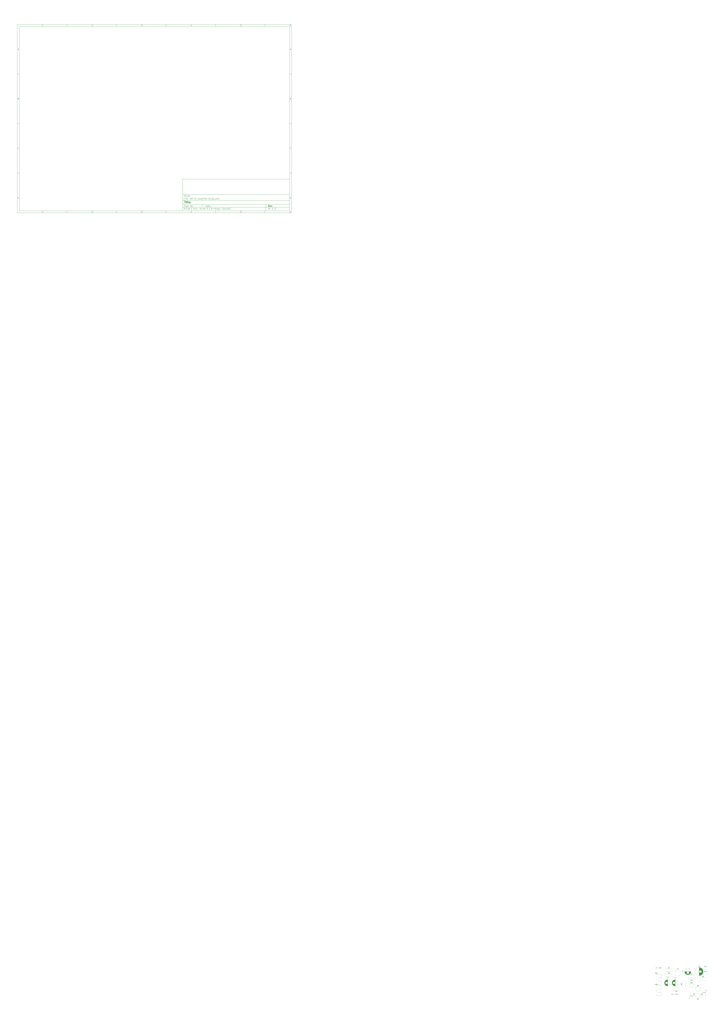
<source format=gto>
G04 #@! TF.GenerationSoftware,KiCad,Pcbnew,5.1.5+dfsg1-2build2*
G04 #@! TF.CreationDate,2020-06-12T12:31:15-06:00*
G04 #@! TF.ProjectId,JAT 3t amplifier,4a415420-3374-4206-916d-706c69666965,rev?*
G04 #@! TF.SameCoordinates,Original*
G04 #@! TF.FileFunction,Legend,Top*
G04 #@! TF.FilePolarity,Positive*
%FSLAX46Y46*%
G04 Gerber Fmt 4.6, Leading zero omitted, Abs format (unit mm)*
G04 Created by KiCad (PCBNEW 5.1.5+dfsg1-2build2) date 2020-06-12 12:31:15*
%MOMM*%
%LPD*%
G04 APERTURE LIST*
%ADD10C,0.100000*%
%ADD11C,0.150000*%
%ADD12C,0.300000*%
%ADD13C,0.400000*%
%ADD14C,0.120000*%
G04 APERTURE END LIST*
D10*
D11*
X177002200Y-166007200D02*
X177002200Y-198007200D01*
X285002200Y-198007200D01*
X285002200Y-166007200D01*
X177002200Y-166007200D01*
D10*
D11*
X10000000Y-10000000D02*
X10000000Y-200007200D01*
X287002200Y-200007200D01*
X287002200Y-10000000D01*
X10000000Y-10000000D01*
D10*
D11*
X12000000Y-12000000D02*
X12000000Y-198007200D01*
X285002200Y-198007200D01*
X285002200Y-12000000D01*
X12000000Y-12000000D01*
D10*
D11*
X60000000Y-12000000D02*
X60000000Y-10000000D01*
D10*
D11*
X110000000Y-12000000D02*
X110000000Y-10000000D01*
D10*
D11*
X160000000Y-12000000D02*
X160000000Y-10000000D01*
D10*
D11*
X210000000Y-12000000D02*
X210000000Y-10000000D01*
D10*
D11*
X260000000Y-12000000D02*
X260000000Y-10000000D01*
D10*
D11*
X36065476Y-11588095D02*
X35322619Y-11588095D01*
X35694047Y-11588095D02*
X35694047Y-10288095D01*
X35570238Y-10473809D01*
X35446428Y-10597619D01*
X35322619Y-10659523D01*
D10*
D11*
X85322619Y-10411904D02*
X85384523Y-10350000D01*
X85508333Y-10288095D01*
X85817857Y-10288095D01*
X85941666Y-10350000D01*
X86003571Y-10411904D01*
X86065476Y-10535714D01*
X86065476Y-10659523D01*
X86003571Y-10845238D01*
X85260714Y-11588095D01*
X86065476Y-11588095D01*
D10*
D11*
X135260714Y-10288095D02*
X136065476Y-10288095D01*
X135632142Y-10783333D01*
X135817857Y-10783333D01*
X135941666Y-10845238D01*
X136003571Y-10907142D01*
X136065476Y-11030952D01*
X136065476Y-11340476D01*
X136003571Y-11464285D01*
X135941666Y-11526190D01*
X135817857Y-11588095D01*
X135446428Y-11588095D01*
X135322619Y-11526190D01*
X135260714Y-11464285D01*
D10*
D11*
X185941666Y-10721428D02*
X185941666Y-11588095D01*
X185632142Y-10226190D02*
X185322619Y-11154761D01*
X186127380Y-11154761D01*
D10*
D11*
X236003571Y-10288095D02*
X235384523Y-10288095D01*
X235322619Y-10907142D01*
X235384523Y-10845238D01*
X235508333Y-10783333D01*
X235817857Y-10783333D01*
X235941666Y-10845238D01*
X236003571Y-10907142D01*
X236065476Y-11030952D01*
X236065476Y-11340476D01*
X236003571Y-11464285D01*
X235941666Y-11526190D01*
X235817857Y-11588095D01*
X235508333Y-11588095D01*
X235384523Y-11526190D01*
X235322619Y-11464285D01*
D10*
D11*
X285941666Y-10288095D02*
X285694047Y-10288095D01*
X285570238Y-10350000D01*
X285508333Y-10411904D01*
X285384523Y-10597619D01*
X285322619Y-10845238D01*
X285322619Y-11340476D01*
X285384523Y-11464285D01*
X285446428Y-11526190D01*
X285570238Y-11588095D01*
X285817857Y-11588095D01*
X285941666Y-11526190D01*
X286003571Y-11464285D01*
X286065476Y-11340476D01*
X286065476Y-11030952D01*
X286003571Y-10907142D01*
X285941666Y-10845238D01*
X285817857Y-10783333D01*
X285570238Y-10783333D01*
X285446428Y-10845238D01*
X285384523Y-10907142D01*
X285322619Y-11030952D01*
D10*
D11*
X60000000Y-198007200D02*
X60000000Y-200007200D01*
D10*
D11*
X110000000Y-198007200D02*
X110000000Y-200007200D01*
D10*
D11*
X160000000Y-198007200D02*
X160000000Y-200007200D01*
D10*
D11*
X210000000Y-198007200D02*
X210000000Y-200007200D01*
D10*
D11*
X260000000Y-198007200D02*
X260000000Y-200007200D01*
D10*
D11*
X36065476Y-199595295D02*
X35322619Y-199595295D01*
X35694047Y-199595295D02*
X35694047Y-198295295D01*
X35570238Y-198481009D01*
X35446428Y-198604819D01*
X35322619Y-198666723D01*
D10*
D11*
X85322619Y-198419104D02*
X85384523Y-198357200D01*
X85508333Y-198295295D01*
X85817857Y-198295295D01*
X85941666Y-198357200D01*
X86003571Y-198419104D01*
X86065476Y-198542914D01*
X86065476Y-198666723D01*
X86003571Y-198852438D01*
X85260714Y-199595295D01*
X86065476Y-199595295D01*
D10*
D11*
X135260714Y-198295295D02*
X136065476Y-198295295D01*
X135632142Y-198790533D01*
X135817857Y-198790533D01*
X135941666Y-198852438D01*
X136003571Y-198914342D01*
X136065476Y-199038152D01*
X136065476Y-199347676D01*
X136003571Y-199471485D01*
X135941666Y-199533390D01*
X135817857Y-199595295D01*
X135446428Y-199595295D01*
X135322619Y-199533390D01*
X135260714Y-199471485D01*
D10*
D11*
X185941666Y-198728628D02*
X185941666Y-199595295D01*
X185632142Y-198233390D02*
X185322619Y-199161961D01*
X186127380Y-199161961D01*
D10*
D11*
X236003571Y-198295295D02*
X235384523Y-198295295D01*
X235322619Y-198914342D01*
X235384523Y-198852438D01*
X235508333Y-198790533D01*
X235817857Y-198790533D01*
X235941666Y-198852438D01*
X236003571Y-198914342D01*
X236065476Y-199038152D01*
X236065476Y-199347676D01*
X236003571Y-199471485D01*
X235941666Y-199533390D01*
X235817857Y-199595295D01*
X235508333Y-199595295D01*
X235384523Y-199533390D01*
X235322619Y-199471485D01*
D10*
D11*
X285941666Y-198295295D02*
X285694047Y-198295295D01*
X285570238Y-198357200D01*
X285508333Y-198419104D01*
X285384523Y-198604819D01*
X285322619Y-198852438D01*
X285322619Y-199347676D01*
X285384523Y-199471485D01*
X285446428Y-199533390D01*
X285570238Y-199595295D01*
X285817857Y-199595295D01*
X285941666Y-199533390D01*
X286003571Y-199471485D01*
X286065476Y-199347676D01*
X286065476Y-199038152D01*
X286003571Y-198914342D01*
X285941666Y-198852438D01*
X285817857Y-198790533D01*
X285570238Y-198790533D01*
X285446428Y-198852438D01*
X285384523Y-198914342D01*
X285322619Y-199038152D01*
D10*
D11*
X10000000Y-60000000D02*
X12000000Y-60000000D01*
D10*
D11*
X10000000Y-110000000D02*
X12000000Y-110000000D01*
D10*
D11*
X10000000Y-160000000D02*
X12000000Y-160000000D01*
D10*
D11*
X10690476Y-35216666D02*
X11309523Y-35216666D01*
X10566666Y-35588095D02*
X11000000Y-34288095D01*
X11433333Y-35588095D01*
D10*
D11*
X11092857Y-84907142D02*
X11278571Y-84969047D01*
X11340476Y-85030952D01*
X11402380Y-85154761D01*
X11402380Y-85340476D01*
X11340476Y-85464285D01*
X11278571Y-85526190D01*
X11154761Y-85588095D01*
X10659523Y-85588095D01*
X10659523Y-84288095D01*
X11092857Y-84288095D01*
X11216666Y-84350000D01*
X11278571Y-84411904D01*
X11340476Y-84535714D01*
X11340476Y-84659523D01*
X11278571Y-84783333D01*
X11216666Y-84845238D01*
X11092857Y-84907142D01*
X10659523Y-84907142D01*
D10*
D11*
X11402380Y-135464285D02*
X11340476Y-135526190D01*
X11154761Y-135588095D01*
X11030952Y-135588095D01*
X10845238Y-135526190D01*
X10721428Y-135402380D01*
X10659523Y-135278571D01*
X10597619Y-135030952D01*
X10597619Y-134845238D01*
X10659523Y-134597619D01*
X10721428Y-134473809D01*
X10845238Y-134350000D01*
X11030952Y-134288095D01*
X11154761Y-134288095D01*
X11340476Y-134350000D01*
X11402380Y-134411904D01*
D10*
D11*
X10659523Y-185588095D02*
X10659523Y-184288095D01*
X10969047Y-184288095D01*
X11154761Y-184350000D01*
X11278571Y-184473809D01*
X11340476Y-184597619D01*
X11402380Y-184845238D01*
X11402380Y-185030952D01*
X11340476Y-185278571D01*
X11278571Y-185402380D01*
X11154761Y-185526190D01*
X10969047Y-185588095D01*
X10659523Y-185588095D01*
D10*
D11*
X287002200Y-60000000D02*
X285002200Y-60000000D01*
D10*
D11*
X287002200Y-110000000D02*
X285002200Y-110000000D01*
D10*
D11*
X287002200Y-160000000D02*
X285002200Y-160000000D01*
D10*
D11*
X285692676Y-35216666D02*
X286311723Y-35216666D01*
X285568866Y-35588095D02*
X286002200Y-34288095D01*
X286435533Y-35588095D01*
D10*
D11*
X286095057Y-84907142D02*
X286280771Y-84969047D01*
X286342676Y-85030952D01*
X286404580Y-85154761D01*
X286404580Y-85340476D01*
X286342676Y-85464285D01*
X286280771Y-85526190D01*
X286156961Y-85588095D01*
X285661723Y-85588095D01*
X285661723Y-84288095D01*
X286095057Y-84288095D01*
X286218866Y-84350000D01*
X286280771Y-84411904D01*
X286342676Y-84535714D01*
X286342676Y-84659523D01*
X286280771Y-84783333D01*
X286218866Y-84845238D01*
X286095057Y-84907142D01*
X285661723Y-84907142D01*
D10*
D11*
X286404580Y-135464285D02*
X286342676Y-135526190D01*
X286156961Y-135588095D01*
X286033152Y-135588095D01*
X285847438Y-135526190D01*
X285723628Y-135402380D01*
X285661723Y-135278571D01*
X285599819Y-135030952D01*
X285599819Y-134845238D01*
X285661723Y-134597619D01*
X285723628Y-134473809D01*
X285847438Y-134350000D01*
X286033152Y-134288095D01*
X286156961Y-134288095D01*
X286342676Y-134350000D01*
X286404580Y-134411904D01*
D10*
D11*
X285661723Y-185588095D02*
X285661723Y-184288095D01*
X285971247Y-184288095D01*
X286156961Y-184350000D01*
X286280771Y-184473809D01*
X286342676Y-184597619D01*
X286404580Y-184845238D01*
X286404580Y-185030952D01*
X286342676Y-185278571D01*
X286280771Y-185402380D01*
X286156961Y-185526190D01*
X285971247Y-185588095D01*
X285661723Y-185588095D01*
D10*
D11*
X200434342Y-193785771D02*
X200434342Y-192285771D01*
X200791485Y-192285771D01*
X201005771Y-192357200D01*
X201148628Y-192500057D01*
X201220057Y-192642914D01*
X201291485Y-192928628D01*
X201291485Y-193142914D01*
X201220057Y-193428628D01*
X201148628Y-193571485D01*
X201005771Y-193714342D01*
X200791485Y-193785771D01*
X200434342Y-193785771D01*
X202577200Y-193785771D02*
X202577200Y-193000057D01*
X202505771Y-192857200D01*
X202362914Y-192785771D01*
X202077200Y-192785771D01*
X201934342Y-192857200D01*
X202577200Y-193714342D02*
X202434342Y-193785771D01*
X202077200Y-193785771D01*
X201934342Y-193714342D01*
X201862914Y-193571485D01*
X201862914Y-193428628D01*
X201934342Y-193285771D01*
X202077200Y-193214342D01*
X202434342Y-193214342D01*
X202577200Y-193142914D01*
X203077200Y-192785771D02*
X203648628Y-192785771D01*
X203291485Y-192285771D02*
X203291485Y-193571485D01*
X203362914Y-193714342D01*
X203505771Y-193785771D01*
X203648628Y-193785771D01*
X204720057Y-193714342D02*
X204577200Y-193785771D01*
X204291485Y-193785771D01*
X204148628Y-193714342D01*
X204077200Y-193571485D01*
X204077200Y-193000057D01*
X204148628Y-192857200D01*
X204291485Y-192785771D01*
X204577200Y-192785771D01*
X204720057Y-192857200D01*
X204791485Y-193000057D01*
X204791485Y-193142914D01*
X204077200Y-193285771D01*
X205434342Y-193642914D02*
X205505771Y-193714342D01*
X205434342Y-193785771D01*
X205362914Y-193714342D01*
X205434342Y-193642914D01*
X205434342Y-193785771D01*
X205434342Y-192857200D02*
X205505771Y-192928628D01*
X205434342Y-193000057D01*
X205362914Y-192928628D01*
X205434342Y-192857200D01*
X205434342Y-193000057D01*
D10*
D11*
X177002200Y-194507200D02*
X285002200Y-194507200D01*
D10*
D11*
X178434342Y-196585771D02*
X178434342Y-195085771D01*
X179291485Y-196585771D02*
X178648628Y-195728628D01*
X179291485Y-195085771D02*
X178434342Y-195942914D01*
X179934342Y-196585771D02*
X179934342Y-195585771D01*
X179934342Y-195085771D02*
X179862914Y-195157200D01*
X179934342Y-195228628D01*
X180005771Y-195157200D01*
X179934342Y-195085771D01*
X179934342Y-195228628D01*
X181505771Y-196442914D02*
X181434342Y-196514342D01*
X181220057Y-196585771D01*
X181077200Y-196585771D01*
X180862914Y-196514342D01*
X180720057Y-196371485D01*
X180648628Y-196228628D01*
X180577200Y-195942914D01*
X180577200Y-195728628D01*
X180648628Y-195442914D01*
X180720057Y-195300057D01*
X180862914Y-195157200D01*
X181077200Y-195085771D01*
X181220057Y-195085771D01*
X181434342Y-195157200D01*
X181505771Y-195228628D01*
X182791485Y-196585771D02*
X182791485Y-195800057D01*
X182720057Y-195657200D01*
X182577200Y-195585771D01*
X182291485Y-195585771D01*
X182148628Y-195657200D01*
X182791485Y-196514342D02*
X182648628Y-196585771D01*
X182291485Y-196585771D01*
X182148628Y-196514342D01*
X182077200Y-196371485D01*
X182077200Y-196228628D01*
X182148628Y-196085771D01*
X182291485Y-196014342D01*
X182648628Y-196014342D01*
X182791485Y-195942914D01*
X184148628Y-196585771D02*
X184148628Y-195085771D01*
X184148628Y-196514342D02*
X184005771Y-196585771D01*
X183720057Y-196585771D01*
X183577200Y-196514342D01*
X183505771Y-196442914D01*
X183434342Y-196300057D01*
X183434342Y-195871485D01*
X183505771Y-195728628D01*
X183577200Y-195657200D01*
X183720057Y-195585771D01*
X184005771Y-195585771D01*
X184148628Y-195657200D01*
X186005771Y-195800057D02*
X186505771Y-195800057D01*
X186720057Y-196585771D02*
X186005771Y-196585771D01*
X186005771Y-195085771D01*
X186720057Y-195085771D01*
X187362914Y-196442914D02*
X187434342Y-196514342D01*
X187362914Y-196585771D01*
X187291485Y-196514342D01*
X187362914Y-196442914D01*
X187362914Y-196585771D01*
X188077200Y-196585771D02*
X188077200Y-195085771D01*
X188434342Y-195085771D01*
X188648628Y-195157200D01*
X188791485Y-195300057D01*
X188862914Y-195442914D01*
X188934342Y-195728628D01*
X188934342Y-195942914D01*
X188862914Y-196228628D01*
X188791485Y-196371485D01*
X188648628Y-196514342D01*
X188434342Y-196585771D01*
X188077200Y-196585771D01*
X189577200Y-196442914D02*
X189648628Y-196514342D01*
X189577200Y-196585771D01*
X189505771Y-196514342D01*
X189577200Y-196442914D01*
X189577200Y-196585771D01*
X190220057Y-196157200D02*
X190934342Y-196157200D01*
X190077200Y-196585771D02*
X190577200Y-195085771D01*
X191077200Y-196585771D01*
X191577200Y-196442914D02*
X191648628Y-196514342D01*
X191577200Y-196585771D01*
X191505771Y-196514342D01*
X191577200Y-196442914D01*
X191577200Y-196585771D01*
X194577200Y-196585771D02*
X194577200Y-195085771D01*
X194720057Y-196014342D02*
X195148628Y-196585771D01*
X195148628Y-195585771D02*
X194577200Y-196157200D01*
X195791485Y-196585771D02*
X195791485Y-195585771D01*
X195791485Y-195085771D02*
X195720057Y-195157200D01*
X195791485Y-195228628D01*
X195862914Y-195157200D01*
X195791485Y-195085771D01*
X195791485Y-195228628D01*
X197148628Y-196514342D02*
X197005771Y-196585771D01*
X196720057Y-196585771D01*
X196577200Y-196514342D01*
X196505771Y-196442914D01*
X196434342Y-196300057D01*
X196434342Y-195871485D01*
X196505771Y-195728628D01*
X196577200Y-195657200D01*
X196720057Y-195585771D01*
X197005771Y-195585771D01*
X197148628Y-195657200D01*
X198434342Y-196585771D02*
X198434342Y-195800057D01*
X198362914Y-195657200D01*
X198220057Y-195585771D01*
X197934342Y-195585771D01*
X197791485Y-195657200D01*
X198434342Y-196514342D02*
X198291485Y-196585771D01*
X197934342Y-196585771D01*
X197791485Y-196514342D01*
X197720057Y-196371485D01*
X197720057Y-196228628D01*
X197791485Y-196085771D01*
X197934342Y-196014342D01*
X198291485Y-196014342D01*
X198434342Y-195942914D01*
X199791485Y-196585771D02*
X199791485Y-195085771D01*
X199791485Y-196514342D02*
X199648628Y-196585771D01*
X199362914Y-196585771D01*
X199220057Y-196514342D01*
X199148628Y-196442914D01*
X199077200Y-196300057D01*
X199077200Y-195871485D01*
X199148628Y-195728628D01*
X199220057Y-195657200D01*
X199362914Y-195585771D01*
X199648628Y-195585771D01*
X199791485Y-195657200D01*
X202362914Y-195085771D02*
X201648628Y-195085771D01*
X201577200Y-195800057D01*
X201648628Y-195728628D01*
X201791485Y-195657200D01*
X202148628Y-195657200D01*
X202291485Y-195728628D01*
X202362914Y-195800057D01*
X202434342Y-195942914D01*
X202434342Y-196300057D01*
X202362914Y-196442914D01*
X202291485Y-196514342D01*
X202148628Y-196585771D01*
X201791485Y-196585771D01*
X201648628Y-196514342D01*
X201577200Y-196442914D01*
X203077200Y-196442914D02*
X203148628Y-196514342D01*
X203077200Y-196585771D01*
X203005771Y-196514342D01*
X203077200Y-196442914D01*
X203077200Y-196585771D01*
X204577200Y-196585771D02*
X203720057Y-196585771D01*
X204148628Y-196585771D02*
X204148628Y-195085771D01*
X204005771Y-195300057D01*
X203862914Y-195442914D01*
X203720057Y-195514342D01*
X205220057Y-196442914D02*
X205291485Y-196514342D01*
X205220057Y-196585771D01*
X205148628Y-196514342D01*
X205220057Y-196442914D01*
X205220057Y-196585771D01*
X206648628Y-195085771D02*
X205934342Y-195085771D01*
X205862914Y-195800057D01*
X205934342Y-195728628D01*
X206077200Y-195657200D01*
X206434342Y-195657200D01*
X206577200Y-195728628D01*
X206648628Y-195800057D01*
X206720057Y-195942914D01*
X206720057Y-196300057D01*
X206648628Y-196442914D01*
X206577200Y-196514342D01*
X206434342Y-196585771D01*
X206077200Y-196585771D01*
X205934342Y-196514342D01*
X205862914Y-196442914D01*
X207362914Y-196014342D02*
X208505771Y-196014342D01*
X207934342Y-196585771D02*
X207934342Y-195442914D01*
X209862914Y-196585771D02*
X209862914Y-195085771D01*
X209862914Y-196514342D02*
X209720057Y-196585771D01*
X209434342Y-196585771D01*
X209291485Y-196514342D01*
X209220057Y-196442914D01*
X209148628Y-196300057D01*
X209148628Y-195871485D01*
X209220057Y-195728628D01*
X209291485Y-195657200D01*
X209434342Y-195585771D01*
X209720057Y-195585771D01*
X209862914Y-195657200D01*
X210362914Y-195585771D02*
X210934342Y-195585771D01*
X210577200Y-196585771D02*
X210577200Y-195300057D01*
X210648628Y-195157200D01*
X210791485Y-195085771D01*
X210934342Y-195085771D01*
X211362914Y-196514342D02*
X211505771Y-196585771D01*
X211791485Y-196585771D01*
X211934342Y-196514342D01*
X212005771Y-196371485D01*
X212005771Y-196300057D01*
X211934342Y-196157200D01*
X211791485Y-196085771D01*
X211577200Y-196085771D01*
X211434342Y-196014342D01*
X211362914Y-195871485D01*
X211362914Y-195800057D01*
X211434342Y-195657200D01*
X211577200Y-195585771D01*
X211791485Y-195585771D01*
X211934342Y-195657200D01*
X213291485Y-195585771D02*
X213291485Y-196800057D01*
X213220057Y-196942914D01*
X213148628Y-197014342D01*
X213005771Y-197085771D01*
X212791485Y-197085771D01*
X212648628Y-197014342D01*
X213291485Y-196514342D02*
X213148628Y-196585771D01*
X212862914Y-196585771D01*
X212720057Y-196514342D01*
X212648628Y-196442914D01*
X212577200Y-196300057D01*
X212577200Y-195871485D01*
X212648628Y-195728628D01*
X212720057Y-195657200D01*
X212862914Y-195585771D01*
X213148628Y-195585771D01*
X213291485Y-195657200D01*
X214791485Y-196585771D02*
X213934342Y-196585771D01*
X214362914Y-196585771D02*
X214362914Y-195085771D01*
X214220057Y-195300057D01*
X214077200Y-195442914D01*
X213934342Y-195514342D01*
X215434342Y-196014342D02*
X216577200Y-196014342D01*
X217220057Y-195228628D02*
X217291485Y-195157200D01*
X217434342Y-195085771D01*
X217791485Y-195085771D01*
X217934342Y-195157200D01*
X218005771Y-195228628D01*
X218077200Y-195371485D01*
X218077200Y-195514342D01*
X218005771Y-195728628D01*
X217148628Y-196585771D01*
X218077200Y-196585771D01*
X218720057Y-196585771D02*
X218720057Y-195085771D01*
X218720057Y-195657200D02*
X218862914Y-195585771D01*
X219148628Y-195585771D01*
X219291485Y-195657200D01*
X219362914Y-195728628D01*
X219434342Y-195871485D01*
X219434342Y-196300057D01*
X219362914Y-196442914D01*
X219291485Y-196514342D01*
X219148628Y-196585771D01*
X218862914Y-196585771D01*
X218720057Y-196514342D01*
X220720057Y-195585771D02*
X220720057Y-196585771D01*
X220077200Y-195585771D02*
X220077200Y-196371485D01*
X220148628Y-196514342D01*
X220291485Y-196585771D01*
X220505771Y-196585771D01*
X220648628Y-196514342D01*
X220720057Y-196442914D01*
X221434342Y-196585771D02*
X221434342Y-195585771D01*
X221434342Y-195085771D02*
X221362914Y-195157200D01*
X221434342Y-195228628D01*
X221505771Y-195157200D01*
X221434342Y-195085771D01*
X221434342Y-195228628D01*
X222362914Y-196585771D02*
X222220057Y-196514342D01*
X222148628Y-196371485D01*
X222148628Y-195085771D01*
X223577200Y-196585771D02*
X223577200Y-195085771D01*
X223577200Y-196514342D02*
X223434342Y-196585771D01*
X223148628Y-196585771D01*
X223005771Y-196514342D01*
X222934342Y-196442914D01*
X222862914Y-196300057D01*
X222862914Y-195871485D01*
X222934342Y-195728628D01*
X223005771Y-195657200D01*
X223148628Y-195585771D01*
X223434342Y-195585771D01*
X223577200Y-195657200D01*
X224220057Y-195228628D02*
X224291485Y-195157200D01*
X224434342Y-195085771D01*
X224791485Y-195085771D01*
X224934342Y-195157200D01*
X225005771Y-195228628D01*
X225077200Y-195371485D01*
X225077200Y-195514342D01*
X225005771Y-195728628D01*
X224148628Y-196585771D01*
X225077200Y-196585771D01*
D10*
D11*
X177002200Y-191507200D02*
X285002200Y-191507200D01*
D10*
D12*
X264411485Y-193785771D02*
X263911485Y-193071485D01*
X263554342Y-193785771D02*
X263554342Y-192285771D01*
X264125771Y-192285771D01*
X264268628Y-192357200D01*
X264340057Y-192428628D01*
X264411485Y-192571485D01*
X264411485Y-192785771D01*
X264340057Y-192928628D01*
X264268628Y-193000057D01*
X264125771Y-193071485D01*
X263554342Y-193071485D01*
X265625771Y-193714342D02*
X265482914Y-193785771D01*
X265197200Y-193785771D01*
X265054342Y-193714342D01*
X264982914Y-193571485D01*
X264982914Y-193000057D01*
X265054342Y-192857200D01*
X265197200Y-192785771D01*
X265482914Y-192785771D01*
X265625771Y-192857200D01*
X265697200Y-193000057D01*
X265697200Y-193142914D01*
X264982914Y-193285771D01*
X266197200Y-192785771D02*
X266554342Y-193785771D01*
X266911485Y-192785771D01*
X267482914Y-193642914D02*
X267554342Y-193714342D01*
X267482914Y-193785771D01*
X267411485Y-193714342D01*
X267482914Y-193642914D01*
X267482914Y-193785771D01*
X267482914Y-192857200D02*
X267554342Y-192928628D01*
X267482914Y-193000057D01*
X267411485Y-192928628D01*
X267482914Y-192857200D01*
X267482914Y-193000057D01*
D10*
D11*
X178362914Y-193714342D02*
X178577200Y-193785771D01*
X178934342Y-193785771D01*
X179077200Y-193714342D01*
X179148628Y-193642914D01*
X179220057Y-193500057D01*
X179220057Y-193357200D01*
X179148628Y-193214342D01*
X179077200Y-193142914D01*
X178934342Y-193071485D01*
X178648628Y-193000057D01*
X178505771Y-192928628D01*
X178434342Y-192857200D01*
X178362914Y-192714342D01*
X178362914Y-192571485D01*
X178434342Y-192428628D01*
X178505771Y-192357200D01*
X178648628Y-192285771D01*
X179005771Y-192285771D01*
X179220057Y-192357200D01*
X179862914Y-193785771D02*
X179862914Y-192785771D01*
X179862914Y-192285771D02*
X179791485Y-192357200D01*
X179862914Y-192428628D01*
X179934342Y-192357200D01*
X179862914Y-192285771D01*
X179862914Y-192428628D01*
X180434342Y-192785771D02*
X181220057Y-192785771D01*
X180434342Y-193785771D01*
X181220057Y-193785771D01*
X182362914Y-193714342D02*
X182220057Y-193785771D01*
X181934342Y-193785771D01*
X181791485Y-193714342D01*
X181720057Y-193571485D01*
X181720057Y-193000057D01*
X181791485Y-192857200D01*
X181934342Y-192785771D01*
X182220057Y-192785771D01*
X182362914Y-192857200D01*
X182434342Y-193000057D01*
X182434342Y-193142914D01*
X181720057Y-193285771D01*
X183077200Y-193642914D02*
X183148628Y-193714342D01*
X183077200Y-193785771D01*
X183005771Y-193714342D01*
X183077200Y-193642914D01*
X183077200Y-193785771D01*
X183077200Y-192857200D02*
X183148628Y-192928628D01*
X183077200Y-193000057D01*
X183005771Y-192928628D01*
X183077200Y-192857200D01*
X183077200Y-193000057D01*
X184862914Y-193357200D02*
X185577200Y-193357200D01*
X184720057Y-193785771D02*
X185220057Y-192285771D01*
X185720057Y-193785771D01*
X186862914Y-192785771D02*
X186862914Y-193785771D01*
X186505771Y-192214342D02*
X186148628Y-193285771D01*
X187077200Y-193285771D01*
D10*
D11*
X263434342Y-196585771D02*
X263434342Y-195085771D01*
X264791485Y-196585771D02*
X264791485Y-195085771D01*
X264791485Y-196514342D02*
X264648628Y-196585771D01*
X264362914Y-196585771D01*
X264220057Y-196514342D01*
X264148628Y-196442914D01*
X264077200Y-196300057D01*
X264077200Y-195871485D01*
X264148628Y-195728628D01*
X264220057Y-195657200D01*
X264362914Y-195585771D01*
X264648628Y-195585771D01*
X264791485Y-195657200D01*
X265505771Y-196442914D02*
X265577200Y-196514342D01*
X265505771Y-196585771D01*
X265434342Y-196514342D01*
X265505771Y-196442914D01*
X265505771Y-196585771D01*
X265505771Y-195657200D02*
X265577200Y-195728628D01*
X265505771Y-195800057D01*
X265434342Y-195728628D01*
X265505771Y-195657200D01*
X265505771Y-195800057D01*
X268148628Y-196585771D02*
X267291485Y-196585771D01*
X267720057Y-196585771D02*
X267720057Y-195085771D01*
X267577200Y-195300057D01*
X267434342Y-195442914D01*
X267291485Y-195514342D01*
X269862914Y-195014342D02*
X268577200Y-196942914D01*
X271148628Y-196585771D02*
X270291485Y-196585771D01*
X270720057Y-196585771D02*
X270720057Y-195085771D01*
X270577200Y-195300057D01*
X270434342Y-195442914D01*
X270291485Y-195514342D01*
D10*
D11*
X177002200Y-187507200D02*
X285002200Y-187507200D01*
D10*
D13*
X178714580Y-188211961D02*
X179857438Y-188211961D01*
X179036009Y-190211961D02*
X179286009Y-188211961D01*
X180274104Y-190211961D02*
X180440771Y-188878628D01*
X180524104Y-188211961D02*
X180416961Y-188307200D01*
X180500295Y-188402438D01*
X180607438Y-188307200D01*
X180524104Y-188211961D01*
X180500295Y-188402438D01*
X181107438Y-188878628D02*
X181869342Y-188878628D01*
X181476485Y-188211961D02*
X181262200Y-189926247D01*
X181333628Y-190116723D01*
X181512200Y-190211961D01*
X181702676Y-190211961D01*
X182655057Y-190211961D02*
X182476485Y-190116723D01*
X182405057Y-189926247D01*
X182619342Y-188211961D01*
X184190771Y-190116723D02*
X183988390Y-190211961D01*
X183607438Y-190211961D01*
X183428866Y-190116723D01*
X183357438Y-189926247D01*
X183452676Y-189164342D01*
X183571723Y-188973866D01*
X183774104Y-188878628D01*
X184155057Y-188878628D01*
X184333628Y-188973866D01*
X184405057Y-189164342D01*
X184381247Y-189354819D01*
X183405057Y-189545295D01*
X185155057Y-190021485D02*
X185238390Y-190116723D01*
X185131247Y-190211961D01*
X185047914Y-190116723D01*
X185155057Y-190021485D01*
X185131247Y-190211961D01*
X185286009Y-188973866D02*
X185369342Y-189069104D01*
X185262200Y-189164342D01*
X185178866Y-189069104D01*
X185286009Y-188973866D01*
X185262200Y-189164342D01*
D10*
D11*
X178934342Y-185600057D02*
X178434342Y-185600057D01*
X178434342Y-186385771D02*
X178434342Y-184885771D01*
X179148628Y-184885771D01*
X179720057Y-186385771D02*
X179720057Y-185385771D01*
X179720057Y-184885771D02*
X179648628Y-184957200D01*
X179720057Y-185028628D01*
X179791485Y-184957200D01*
X179720057Y-184885771D01*
X179720057Y-185028628D01*
X180648628Y-186385771D02*
X180505771Y-186314342D01*
X180434342Y-186171485D01*
X180434342Y-184885771D01*
X181791485Y-186314342D02*
X181648628Y-186385771D01*
X181362914Y-186385771D01*
X181220057Y-186314342D01*
X181148628Y-186171485D01*
X181148628Y-185600057D01*
X181220057Y-185457200D01*
X181362914Y-185385771D01*
X181648628Y-185385771D01*
X181791485Y-185457200D01*
X181862914Y-185600057D01*
X181862914Y-185742914D01*
X181148628Y-185885771D01*
X182505771Y-186242914D02*
X182577200Y-186314342D01*
X182505771Y-186385771D01*
X182434342Y-186314342D01*
X182505771Y-186242914D01*
X182505771Y-186385771D01*
X182505771Y-185457200D02*
X182577200Y-185528628D01*
X182505771Y-185600057D01*
X182434342Y-185528628D01*
X182505771Y-185457200D01*
X182505771Y-185600057D01*
X184791485Y-184885771D02*
X184791485Y-185957200D01*
X184720057Y-186171485D01*
X184577200Y-186314342D01*
X184362914Y-186385771D01*
X184220057Y-186385771D01*
X185434342Y-185957200D02*
X186148628Y-185957200D01*
X185291485Y-186385771D02*
X185791485Y-184885771D01*
X186291485Y-186385771D01*
X186577200Y-184885771D02*
X187434342Y-184885771D01*
X187005771Y-186385771D02*
X187005771Y-184885771D01*
X188934342Y-184885771D02*
X189862914Y-184885771D01*
X189362914Y-185457200D01*
X189577200Y-185457200D01*
X189720057Y-185528628D01*
X189791485Y-185600057D01*
X189862914Y-185742914D01*
X189862914Y-186100057D01*
X189791485Y-186242914D01*
X189720057Y-186314342D01*
X189577200Y-186385771D01*
X189148628Y-186385771D01*
X189005771Y-186314342D01*
X188934342Y-186242914D01*
X190291485Y-185385771D02*
X190862914Y-185385771D01*
X190505771Y-184885771D02*
X190505771Y-186171485D01*
X190577200Y-186314342D01*
X190720057Y-186385771D01*
X190862914Y-186385771D01*
X193148628Y-186385771D02*
X193148628Y-185600057D01*
X193077200Y-185457200D01*
X192934342Y-185385771D01*
X192648628Y-185385771D01*
X192505771Y-185457200D01*
X193148628Y-186314342D02*
X193005771Y-186385771D01*
X192648628Y-186385771D01*
X192505771Y-186314342D01*
X192434342Y-186171485D01*
X192434342Y-186028628D01*
X192505771Y-185885771D01*
X192648628Y-185814342D01*
X193005771Y-185814342D01*
X193148628Y-185742914D01*
X193862914Y-186385771D02*
X193862914Y-185385771D01*
X193862914Y-185528628D02*
X193934342Y-185457200D01*
X194077200Y-185385771D01*
X194291485Y-185385771D01*
X194434342Y-185457200D01*
X194505771Y-185600057D01*
X194505771Y-186385771D01*
X194505771Y-185600057D02*
X194577200Y-185457200D01*
X194720057Y-185385771D01*
X194934342Y-185385771D01*
X195077200Y-185457200D01*
X195148628Y-185600057D01*
X195148628Y-186385771D01*
X195862914Y-185385771D02*
X195862914Y-186885771D01*
X195862914Y-185457200D02*
X196005771Y-185385771D01*
X196291485Y-185385771D01*
X196434342Y-185457200D01*
X196505771Y-185528628D01*
X196577200Y-185671485D01*
X196577200Y-186100057D01*
X196505771Y-186242914D01*
X196434342Y-186314342D01*
X196291485Y-186385771D01*
X196005771Y-186385771D01*
X195862914Y-186314342D01*
X197434342Y-186385771D02*
X197291485Y-186314342D01*
X197220057Y-186171485D01*
X197220057Y-184885771D01*
X198005771Y-186385771D02*
X198005771Y-185385771D01*
X198005771Y-184885771D02*
X197934342Y-184957200D01*
X198005771Y-185028628D01*
X198077200Y-184957200D01*
X198005771Y-184885771D01*
X198005771Y-185028628D01*
X198505771Y-185385771D02*
X199077200Y-185385771D01*
X198720057Y-186385771D02*
X198720057Y-185100057D01*
X198791485Y-184957200D01*
X198934342Y-184885771D01*
X199077200Y-184885771D01*
X199577200Y-186385771D02*
X199577200Y-185385771D01*
X199577200Y-184885771D02*
X199505771Y-184957200D01*
X199577200Y-185028628D01*
X199648628Y-184957200D01*
X199577200Y-184885771D01*
X199577200Y-185028628D01*
X200862914Y-186314342D02*
X200720057Y-186385771D01*
X200434342Y-186385771D01*
X200291485Y-186314342D01*
X200220057Y-186171485D01*
X200220057Y-185600057D01*
X200291485Y-185457200D01*
X200434342Y-185385771D01*
X200720057Y-185385771D01*
X200862914Y-185457200D01*
X200934342Y-185600057D01*
X200934342Y-185742914D01*
X200220057Y-185885771D01*
X201577200Y-186385771D02*
X201577200Y-185385771D01*
X201577200Y-185671485D02*
X201648628Y-185528628D01*
X201720057Y-185457200D01*
X201862914Y-185385771D01*
X202005771Y-185385771D01*
X202505771Y-186242914D02*
X202577200Y-186314342D01*
X202505771Y-186385771D01*
X202434342Y-186314342D01*
X202505771Y-186242914D01*
X202505771Y-186385771D01*
X203220057Y-186385771D02*
X203220057Y-184885771D01*
X203362914Y-185814342D02*
X203791485Y-186385771D01*
X203791485Y-185385771D02*
X203220057Y-185957200D01*
X204434342Y-186385771D02*
X204434342Y-185385771D01*
X204434342Y-184885771D02*
X204362914Y-184957200D01*
X204434342Y-185028628D01*
X204505771Y-184957200D01*
X204434342Y-184885771D01*
X204434342Y-185028628D01*
X205791485Y-186314342D02*
X205648628Y-186385771D01*
X205362914Y-186385771D01*
X205220057Y-186314342D01*
X205148628Y-186242914D01*
X205077200Y-186100057D01*
X205077200Y-185671485D01*
X205148628Y-185528628D01*
X205220057Y-185457200D01*
X205362914Y-185385771D01*
X205648628Y-185385771D01*
X205791485Y-185457200D01*
X207077200Y-186385771D02*
X207077200Y-185600057D01*
X207005771Y-185457200D01*
X206862914Y-185385771D01*
X206577200Y-185385771D01*
X206434342Y-185457200D01*
X207077200Y-186314342D02*
X206934342Y-186385771D01*
X206577200Y-186385771D01*
X206434342Y-186314342D01*
X206362914Y-186171485D01*
X206362914Y-186028628D01*
X206434342Y-185885771D01*
X206577200Y-185814342D01*
X206934342Y-185814342D01*
X207077200Y-185742914D01*
X208434342Y-186385771D02*
X208434342Y-184885771D01*
X208434342Y-186314342D02*
X208291485Y-186385771D01*
X208005771Y-186385771D01*
X207862914Y-186314342D01*
X207791485Y-186242914D01*
X207720057Y-186100057D01*
X207720057Y-185671485D01*
X207791485Y-185528628D01*
X207862914Y-185457200D01*
X208005771Y-185385771D01*
X208291485Y-185385771D01*
X208434342Y-185457200D01*
X208791485Y-186528628D02*
X209934342Y-186528628D01*
X210291485Y-185385771D02*
X210291485Y-186885771D01*
X210291485Y-185457200D02*
X210434342Y-185385771D01*
X210720057Y-185385771D01*
X210862914Y-185457200D01*
X210934342Y-185528628D01*
X211005771Y-185671485D01*
X211005771Y-186100057D01*
X210934342Y-186242914D01*
X210862914Y-186314342D01*
X210720057Y-186385771D01*
X210434342Y-186385771D01*
X210291485Y-186314342D01*
X212291485Y-186314342D02*
X212148628Y-186385771D01*
X211862914Y-186385771D01*
X211720057Y-186314342D01*
X211648628Y-186242914D01*
X211577200Y-186100057D01*
X211577200Y-185671485D01*
X211648628Y-185528628D01*
X211720057Y-185457200D01*
X211862914Y-185385771D01*
X212148628Y-185385771D01*
X212291485Y-185457200D01*
X212934342Y-186385771D02*
X212934342Y-184885771D01*
X212934342Y-185457200D02*
X213077200Y-185385771D01*
X213362914Y-185385771D01*
X213505771Y-185457200D01*
X213577200Y-185528628D01*
X213648628Y-185671485D01*
X213648628Y-186100057D01*
X213577200Y-186242914D01*
X213505771Y-186314342D01*
X213362914Y-186385771D01*
X213077200Y-186385771D01*
X212934342Y-186314342D01*
D10*
D11*
X177002200Y-181507200D02*
X285002200Y-181507200D01*
D10*
D11*
X178362914Y-183614342D02*
X178577200Y-183685771D01*
X178934342Y-183685771D01*
X179077200Y-183614342D01*
X179148628Y-183542914D01*
X179220057Y-183400057D01*
X179220057Y-183257200D01*
X179148628Y-183114342D01*
X179077200Y-183042914D01*
X178934342Y-182971485D01*
X178648628Y-182900057D01*
X178505771Y-182828628D01*
X178434342Y-182757200D01*
X178362914Y-182614342D01*
X178362914Y-182471485D01*
X178434342Y-182328628D01*
X178505771Y-182257200D01*
X178648628Y-182185771D01*
X179005771Y-182185771D01*
X179220057Y-182257200D01*
X179862914Y-183685771D02*
X179862914Y-182185771D01*
X180505771Y-183685771D02*
X180505771Y-182900057D01*
X180434342Y-182757200D01*
X180291485Y-182685771D01*
X180077200Y-182685771D01*
X179934342Y-182757200D01*
X179862914Y-182828628D01*
X181791485Y-183614342D02*
X181648628Y-183685771D01*
X181362914Y-183685771D01*
X181220057Y-183614342D01*
X181148628Y-183471485D01*
X181148628Y-182900057D01*
X181220057Y-182757200D01*
X181362914Y-182685771D01*
X181648628Y-182685771D01*
X181791485Y-182757200D01*
X181862914Y-182900057D01*
X181862914Y-183042914D01*
X181148628Y-183185771D01*
X183077200Y-183614342D02*
X182934342Y-183685771D01*
X182648628Y-183685771D01*
X182505771Y-183614342D01*
X182434342Y-183471485D01*
X182434342Y-182900057D01*
X182505771Y-182757200D01*
X182648628Y-182685771D01*
X182934342Y-182685771D01*
X183077200Y-182757200D01*
X183148628Y-182900057D01*
X183148628Y-183042914D01*
X182434342Y-183185771D01*
X183577200Y-182685771D02*
X184148628Y-182685771D01*
X183791485Y-182185771D02*
X183791485Y-183471485D01*
X183862914Y-183614342D01*
X184005771Y-183685771D01*
X184148628Y-183685771D01*
X184648628Y-183542914D02*
X184720057Y-183614342D01*
X184648628Y-183685771D01*
X184577200Y-183614342D01*
X184648628Y-183542914D01*
X184648628Y-183685771D01*
X184648628Y-182757200D02*
X184720057Y-182828628D01*
X184648628Y-182900057D01*
X184577200Y-182828628D01*
X184648628Y-182757200D01*
X184648628Y-182900057D01*
D10*
D11*
X197002200Y-191507200D02*
X197002200Y-194507200D01*
D10*
D11*
X261002200Y-191507200D02*
X261002200Y-198007200D01*
D14*
X660345302Y-974515000D02*
X660345302Y-974710000D01*
X660345302Y-971470000D02*
X660345302Y-971665000D01*
X655304302Y-972016000D02*
X655304302Y-974165000D01*
X656662302Y-974710000D02*
X660345302Y-974710000D01*
X656662302Y-971470000D02*
X660345302Y-971470000D01*
X655304302Y-972016000D02*
X655304302Y-974165000D01*
X655304302Y-968069000D02*
X655304302Y-969164000D01*
X655304302Y-977015000D02*
X655304302Y-978110000D01*
X660345302Y-974515000D02*
X660345302Y-978110000D01*
X660345302Y-968069000D02*
X660345302Y-971665000D01*
X655304302Y-978110000D02*
X660345302Y-978110000D01*
X655304302Y-968069000D02*
X660345302Y-968069000D01*
X672370000Y-981610000D02*
X672370000Y-981940000D01*
X678910000Y-981610000D02*
X672370000Y-981610000D01*
X678910000Y-981940000D02*
X678910000Y-981610000D01*
X672370000Y-984350000D02*
X672370000Y-984020000D01*
X678910000Y-984350000D02*
X672370000Y-984350000D01*
X678910000Y-984020000D02*
X678910000Y-984350000D01*
X669955241Y-978784000D02*
X669955241Y-978154000D01*
X670270241Y-978469000D02*
X669640241Y-978469000D01*
X663529000Y-977032000D02*
X663529000Y-976228000D01*
X663569000Y-977263000D02*
X663569000Y-975997000D01*
X663609000Y-977432000D02*
X663609000Y-975828000D01*
X663649000Y-977570000D02*
X663649000Y-975690000D01*
X663689000Y-977689000D02*
X663689000Y-975571000D01*
X663729000Y-977795000D02*
X663729000Y-975465000D01*
X663769000Y-977892000D02*
X663769000Y-975368000D01*
X663809000Y-977980000D02*
X663809000Y-975280000D01*
X663849000Y-978062000D02*
X663849000Y-975198000D01*
X663889000Y-978139000D02*
X663889000Y-975121000D01*
X663929000Y-978211000D02*
X663929000Y-975049000D01*
X663969000Y-978280000D02*
X663969000Y-974980000D01*
X664009000Y-978344000D02*
X664009000Y-974916000D01*
X664049000Y-978406000D02*
X664049000Y-974854000D01*
X664089000Y-978464000D02*
X664089000Y-974796000D01*
X664129000Y-978520000D02*
X664129000Y-974740000D01*
X664169000Y-978574000D02*
X664169000Y-974686000D01*
X664209000Y-978625000D02*
X664209000Y-974635000D01*
X664249000Y-978674000D02*
X664249000Y-974586000D01*
X664289000Y-978722000D02*
X664289000Y-974538000D01*
X664329000Y-978767000D02*
X664329000Y-974493000D01*
X664369000Y-978812000D02*
X664369000Y-974448000D01*
X664409000Y-978854000D02*
X664409000Y-974406000D01*
X664449000Y-978895000D02*
X664449000Y-974365000D01*
X664489000Y-975590000D02*
X664489000Y-974325000D01*
X664489000Y-978935000D02*
X664489000Y-977670000D01*
X664529000Y-975590000D02*
X664529000Y-974287000D01*
X664529000Y-978973000D02*
X664529000Y-977670000D01*
X664569000Y-975590000D02*
X664569000Y-974250000D01*
X664569000Y-979010000D02*
X664569000Y-977670000D01*
X664609000Y-975590000D02*
X664609000Y-974214000D01*
X664609000Y-979046000D02*
X664609000Y-977670000D01*
X664649000Y-975590000D02*
X664649000Y-974180000D01*
X664649000Y-979080000D02*
X664649000Y-977670000D01*
X664689000Y-975590000D02*
X664689000Y-974146000D01*
X664689000Y-979114000D02*
X664689000Y-977670000D01*
X664729000Y-975590000D02*
X664729000Y-974114000D01*
X664729000Y-979146000D02*
X664729000Y-977670000D01*
X664769000Y-975590000D02*
X664769000Y-974082000D01*
X664769000Y-979178000D02*
X664769000Y-977670000D01*
X664809000Y-975590000D02*
X664809000Y-974052000D01*
X664809000Y-979208000D02*
X664809000Y-977670000D01*
X664849000Y-975590000D02*
X664849000Y-974023000D01*
X664849000Y-979237000D02*
X664849000Y-977670000D01*
X664889000Y-975590000D02*
X664889000Y-973994000D01*
X664889000Y-979266000D02*
X664889000Y-977670000D01*
X664929000Y-975590000D02*
X664929000Y-973966000D01*
X664929000Y-979294000D02*
X664929000Y-977670000D01*
X664969000Y-975590000D02*
X664969000Y-973940000D01*
X664969000Y-979320000D02*
X664969000Y-977670000D01*
X665009000Y-975590000D02*
X665009000Y-973914000D01*
X665009000Y-979346000D02*
X665009000Y-977670000D01*
X665049000Y-975590000D02*
X665049000Y-973888000D01*
X665049000Y-979372000D02*
X665049000Y-977670000D01*
X665089000Y-975590000D02*
X665089000Y-973864000D01*
X665089000Y-979396000D02*
X665089000Y-977670000D01*
X665129000Y-975590000D02*
X665129000Y-973840000D01*
X665129000Y-979420000D02*
X665129000Y-977670000D01*
X665169000Y-975590000D02*
X665169000Y-973818000D01*
X665169000Y-979442000D02*
X665169000Y-977670000D01*
X665209000Y-975590000D02*
X665209000Y-973796000D01*
X665209000Y-979464000D02*
X665209000Y-977670000D01*
X665249000Y-975590000D02*
X665249000Y-973774000D01*
X665249000Y-979486000D02*
X665249000Y-977670000D01*
X665289000Y-975590000D02*
X665289000Y-973754000D01*
X665289000Y-979506000D02*
X665289000Y-977670000D01*
X665329000Y-975590000D02*
X665329000Y-973734000D01*
X665329000Y-979526000D02*
X665329000Y-977670000D01*
X665369000Y-975590000D02*
X665369000Y-973714000D01*
X665369000Y-979546000D02*
X665369000Y-977670000D01*
X665409000Y-975590000D02*
X665409000Y-973696000D01*
X665409000Y-979564000D02*
X665409000Y-977670000D01*
X665449000Y-975590000D02*
X665449000Y-973678000D01*
X665449000Y-979582000D02*
X665449000Y-977670000D01*
X665489000Y-975590000D02*
X665489000Y-973660000D01*
X665489000Y-979600000D02*
X665489000Y-977670000D01*
X665529000Y-975590000D02*
X665529000Y-973644000D01*
X665529000Y-979616000D02*
X665529000Y-977670000D01*
X665569000Y-975590000D02*
X665569000Y-973628000D01*
X665569000Y-979632000D02*
X665569000Y-977670000D01*
X665609000Y-975590000D02*
X665609000Y-973612000D01*
X665609000Y-979648000D02*
X665609000Y-977670000D01*
X665649000Y-975590000D02*
X665649000Y-973597000D01*
X665649000Y-979663000D02*
X665649000Y-977670000D01*
X665689000Y-975590000D02*
X665689000Y-973583000D01*
X665689000Y-979677000D02*
X665689000Y-977670000D01*
X665729000Y-975590000D02*
X665729000Y-973569000D01*
X665729000Y-979691000D02*
X665729000Y-977670000D01*
X665769000Y-975590000D02*
X665769000Y-973556000D01*
X665769000Y-979704000D02*
X665769000Y-977670000D01*
X665809000Y-975590000D02*
X665809000Y-973544000D01*
X665809000Y-979716000D02*
X665809000Y-977670000D01*
X665849000Y-975590000D02*
X665849000Y-973532000D01*
X665849000Y-979728000D02*
X665849000Y-977670000D01*
X665889000Y-975590000D02*
X665889000Y-973520000D01*
X665889000Y-979740000D02*
X665889000Y-977670000D01*
X665929000Y-975590000D02*
X665929000Y-973509000D01*
X665929000Y-979751000D02*
X665929000Y-977670000D01*
X665969000Y-975590000D02*
X665969000Y-973499000D01*
X665969000Y-979761000D02*
X665969000Y-977670000D01*
X666009000Y-975590000D02*
X666009000Y-973489000D01*
X666009000Y-979771000D02*
X666009000Y-977670000D01*
X666049000Y-975590000D02*
X666049000Y-973480000D01*
X666049000Y-979780000D02*
X666049000Y-977670000D01*
X666090000Y-975590000D02*
X666090000Y-973471000D01*
X666090000Y-979789000D02*
X666090000Y-977670000D01*
X666130000Y-975590000D02*
X666130000Y-973463000D01*
X666130000Y-979797000D02*
X666130000Y-977670000D01*
X666170000Y-975590000D02*
X666170000Y-973455000D01*
X666170000Y-979805000D02*
X666170000Y-977670000D01*
X666210000Y-975590000D02*
X666210000Y-973448000D01*
X666210000Y-979812000D02*
X666210000Y-977670000D01*
X666250000Y-975590000D02*
X666250000Y-973441000D01*
X666250000Y-979819000D02*
X666250000Y-977670000D01*
X666290000Y-975590000D02*
X666290000Y-973435000D01*
X666290000Y-979825000D02*
X666290000Y-977670000D01*
X666330000Y-975590000D02*
X666330000Y-973429000D01*
X666330000Y-979831000D02*
X666330000Y-977670000D01*
X666370000Y-975590000D02*
X666370000Y-973424000D01*
X666370000Y-979836000D02*
X666370000Y-977670000D01*
X666410000Y-975590000D02*
X666410000Y-973419000D01*
X666410000Y-979841000D02*
X666410000Y-977670000D01*
X666450000Y-975590000D02*
X666450000Y-973415000D01*
X666450000Y-979845000D02*
X666450000Y-977670000D01*
X666490000Y-975590000D02*
X666490000Y-973412000D01*
X666490000Y-979848000D02*
X666490000Y-977670000D01*
X666530000Y-975590000D02*
X666530000Y-973408000D01*
X666530000Y-979852000D02*
X666530000Y-977670000D01*
X666570000Y-979854000D02*
X666570000Y-973406000D01*
X666610000Y-979857000D02*
X666610000Y-973403000D01*
X666650000Y-979858000D02*
X666650000Y-973402000D01*
X666690000Y-979860000D02*
X666690000Y-973400000D01*
X666730000Y-979860000D02*
X666730000Y-973400000D01*
X666770000Y-979860000D02*
X666770000Y-973400000D01*
X670040000Y-976630000D02*
G75*
G03X670040000Y-976630000I-3270000J0D01*
G01*
X694150000Y-971650000D02*
X694150000Y-971320000D01*
X687610000Y-971650000D02*
X694150000Y-971650000D01*
X687610000Y-971320000D02*
X687610000Y-971650000D01*
X694150000Y-968910000D02*
X694150000Y-969240000D01*
X687610000Y-968910000D02*
X694150000Y-968910000D01*
X687610000Y-969240000D02*
X687610000Y-968910000D01*
X687610000Y-972720000D02*
X687610000Y-973050000D01*
X694150000Y-972720000D02*
X687610000Y-972720000D01*
X694150000Y-973050000D02*
X694150000Y-972720000D01*
X687610000Y-975460000D02*
X687610000Y-975130000D01*
X694150000Y-975460000D02*
X687610000Y-975460000D01*
X694150000Y-975130000D02*
X694150000Y-975460000D01*
X660345302Y-985915000D02*
X660345302Y-986110000D01*
X660345302Y-982870000D02*
X660345302Y-983065000D01*
X655304302Y-983416000D02*
X655304302Y-985565000D01*
X656662302Y-986110000D02*
X660345302Y-986110000D01*
X656662302Y-982870000D02*
X660345302Y-982870000D01*
X655304302Y-983416000D02*
X655304302Y-985565000D01*
X655304302Y-979469000D02*
X655304302Y-980564000D01*
X655304302Y-988415000D02*
X655304302Y-989510000D01*
X660345302Y-985915000D02*
X660345302Y-989510000D01*
X660345302Y-979469000D02*
X660345302Y-983065000D01*
X655304302Y-989510000D02*
X660345302Y-989510000D01*
X655304302Y-979469000D02*
X660345302Y-979469000D01*
X673830251Y-964415000D02*
X673830251Y-965015000D01*
X673530251Y-964715000D02*
X674130251Y-964715000D01*
X679804417Y-967530000D02*
G75*
G02X673935584Y-967530000I-2934417J1060000D01*
G01*
X679804417Y-965410000D02*
G75*
G03X673935584Y-965410000I-2934417J-1060000D01*
G01*
X699040000Y-971450000D02*
X699040000Y-971780000D01*
X705580000Y-971450000D02*
X699040000Y-971450000D01*
X705580000Y-971780000D02*
X705580000Y-971450000D01*
X699040000Y-974190000D02*
X699040000Y-973860000D01*
X705580000Y-974190000D02*
X699040000Y-974190000D01*
X705580000Y-973860000D02*
X705580000Y-974190000D01*
X681890000Y-981170000D02*
X682220000Y-981170000D01*
X681890000Y-974630000D02*
X681890000Y-981170000D01*
X682220000Y-974630000D02*
X681890000Y-974630000D01*
X684630000Y-981170000D02*
X684300000Y-981170000D01*
X684630000Y-974630000D02*
X684630000Y-981170000D01*
X684300000Y-974630000D02*
X684630000Y-974630000D01*
X671290000Y-970380000D02*
X671290000Y-970050000D01*
X664750000Y-970380000D02*
X671290000Y-970380000D01*
X664750000Y-970050000D02*
X664750000Y-970380000D01*
X671290000Y-967640000D02*
X671290000Y-967970000D01*
X664750000Y-967640000D02*
X671290000Y-967640000D01*
X664750000Y-967970000D02*
X664750000Y-967640000D01*
X664750000Y-962560000D02*
X664750000Y-962890000D01*
X671290000Y-962560000D02*
X664750000Y-962560000D01*
X671290000Y-962890000D02*
X671290000Y-962560000D01*
X664750000Y-965300000D02*
X664750000Y-964970000D01*
X671290000Y-965300000D02*
X664750000Y-965300000D01*
X671290000Y-964970000D02*
X671290000Y-965300000D01*
X699068478Y-984818478D02*
G75*
G03X697230000Y-980380000I-1838478J1838478D01*
G01*
X695391522Y-984818478D02*
G75*
G02X697230000Y-980380000I1838478J1838478D01*
G01*
X695430000Y-984830000D02*
X699030000Y-984830000D01*
X695391522Y-987491522D02*
G75*
G03X697230000Y-991930000I1838478J-1838478D01*
G01*
X699068478Y-987491522D02*
G75*
G02X697230000Y-991930000I-1838478J-1838478D01*
G01*
X699030000Y-987480000D02*
X695430000Y-987480000D01*
X692718478Y-981008478D02*
G75*
G03X690880000Y-976570000I-1838478J1838478D01*
G01*
X689041522Y-981008478D02*
G75*
G02X690880000Y-976570000I1838478J1838478D01*
G01*
X689080000Y-981020000D02*
X692680000Y-981020000D01*
X705050000Y-986120000D02*
X702110000Y-986120000D01*
X705050000Y-986360000D02*
X702110000Y-986360000D01*
X705050000Y-986240000D02*
X702110000Y-986240000D01*
X702110000Y-990780000D02*
X702240000Y-990780000D01*
X702110000Y-985340000D02*
X702110000Y-990780000D01*
X702240000Y-985340000D02*
X702110000Y-985340000D01*
X705050000Y-990780000D02*
X704920000Y-990780000D01*
X705050000Y-985340000D02*
X705050000Y-990780000D01*
X704920000Y-985340000D02*
X705050000Y-985340000D01*
X689410000Y-990000000D02*
X692350000Y-990000000D01*
X689410000Y-989760000D02*
X692350000Y-989760000D01*
X689410000Y-989880000D02*
X692350000Y-989880000D01*
X692350000Y-985340000D02*
X692220000Y-985340000D01*
X692350000Y-990780000D02*
X692350000Y-985340000D01*
X692220000Y-990780000D02*
X692350000Y-990780000D01*
X689410000Y-985340000D02*
X689540000Y-985340000D01*
X689410000Y-990780000D02*
X689410000Y-985340000D01*
X689540000Y-990780000D02*
X689410000Y-990780000D01*
X694470302Y-962485000D02*
X694470302Y-963285000D01*
X694070302Y-962885000D02*
X694870302Y-962885000D01*
X702561000Y-964667000D02*
X702561000Y-965733000D01*
X702521000Y-964432000D02*
X702521000Y-965968000D01*
X702481000Y-964252000D02*
X702481000Y-966148000D01*
X702441000Y-964102000D02*
X702441000Y-966298000D01*
X702401000Y-963971000D02*
X702401000Y-966429000D01*
X702361000Y-963854000D02*
X702361000Y-966546000D01*
X702321000Y-963747000D02*
X702321000Y-966653000D01*
X702281000Y-963648000D02*
X702281000Y-966752000D01*
X702241000Y-963555000D02*
X702241000Y-966845000D01*
X702201000Y-963469000D02*
X702201000Y-966931000D01*
X702161000Y-963387000D02*
X702161000Y-967013000D01*
X702121000Y-963310000D02*
X702121000Y-967090000D01*
X702081000Y-963236000D02*
X702081000Y-967164000D01*
X702041000Y-963166000D02*
X702041000Y-967234000D01*
X702001000Y-963098000D02*
X702001000Y-967302000D01*
X701961000Y-963034000D02*
X701961000Y-967366000D01*
X701921000Y-962972000D02*
X701921000Y-967428000D01*
X701881000Y-962913000D02*
X701881000Y-967487000D01*
X701841000Y-962855000D02*
X701841000Y-967545000D01*
X701801000Y-962800000D02*
X701801000Y-967600000D01*
X701761000Y-962746000D02*
X701761000Y-967654000D01*
X701721000Y-962695000D02*
X701721000Y-967705000D01*
X701681000Y-962644000D02*
X701681000Y-967756000D01*
X701641000Y-962596000D02*
X701641000Y-967804000D01*
X701601000Y-962549000D02*
X701601000Y-967851000D01*
X701561000Y-962503000D02*
X701561000Y-967897000D01*
X701521000Y-962459000D02*
X701521000Y-967941000D01*
X701481000Y-962416000D02*
X701481000Y-967984000D01*
X701441000Y-962374000D02*
X701441000Y-968026000D01*
X701401000Y-962333000D02*
X701401000Y-968067000D01*
X701361000Y-962293000D02*
X701361000Y-968107000D01*
X701321000Y-962255000D02*
X701321000Y-968145000D01*
X701281000Y-962217000D02*
X701281000Y-968183000D01*
X701241000Y-962181000D02*
X701241000Y-968219000D01*
X701201000Y-962145000D02*
X701201000Y-968255000D01*
X701161000Y-962110000D02*
X701161000Y-968290000D01*
X701121000Y-962076000D02*
X701121000Y-968324000D01*
X701081000Y-962044000D02*
X701081000Y-968356000D01*
X701041000Y-962011000D02*
X701041000Y-968389000D01*
X701001000Y-961980000D02*
X701001000Y-968420000D01*
X700961000Y-961950000D02*
X700961000Y-968450000D01*
X700921000Y-961920000D02*
X700921000Y-968480000D01*
X700881000Y-961891000D02*
X700881000Y-968509000D01*
X700841000Y-961862000D02*
X700841000Y-968538000D01*
X700801000Y-961835000D02*
X700801000Y-968565000D01*
X700761000Y-966240000D02*
X700761000Y-968592000D01*
X700761000Y-961808000D02*
X700761000Y-964160000D01*
X700721000Y-966240000D02*
X700721000Y-968618000D01*
X700721000Y-961782000D02*
X700721000Y-964160000D01*
X700681000Y-966240000D02*
X700681000Y-968644000D01*
X700681000Y-961756000D02*
X700681000Y-964160000D01*
X700641000Y-966240000D02*
X700641000Y-968669000D01*
X700641000Y-961731000D02*
X700641000Y-964160000D01*
X700601000Y-966240000D02*
X700601000Y-968693000D01*
X700601000Y-961707000D02*
X700601000Y-964160000D01*
X700561000Y-966240000D02*
X700561000Y-968717000D01*
X700561000Y-961683000D02*
X700561000Y-964160000D01*
X700521000Y-966240000D02*
X700521000Y-968740000D01*
X700521000Y-961660000D02*
X700521000Y-964160000D01*
X700481000Y-966240000D02*
X700481000Y-968762000D01*
X700481000Y-961638000D02*
X700481000Y-964160000D01*
X700441000Y-966240000D02*
X700441000Y-968784000D01*
X700441000Y-961616000D02*
X700441000Y-964160000D01*
X700401000Y-966240000D02*
X700401000Y-968806000D01*
X700401000Y-961594000D02*
X700401000Y-964160000D01*
X700361000Y-966240000D02*
X700361000Y-968827000D01*
X700361000Y-961573000D02*
X700361000Y-964160000D01*
X700321000Y-966240000D02*
X700321000Y-968847000D01*
X700321000Y-961553000D02*
X700321000Y-964160000D01*
X700281000Y-966240000D02*
X700281000Y-968866000D01*
X700281000Y-961534000D02*
X700281000Y-964160000D01*
X700241000Y-966240000D02*
X700241000Y-968886000D01*
X700241000Y-961514000D02*
X700241000Y-964160000D01*
X700201000Y-966240000D02*
X700201000Y-968904000D01*
X700201000Y-961496000D02*
X700201000Y-964160000D01*
X700161000Y-966240000D02*
X700161000Y-968922000D01*
X700161000Y-961478000D02*
X700161000Y-964160000D01*
X700121000Y-966240000D02*
X700121000Y-968940000D01*
X700121000Y-961460000D02*
X700121000Y-964160000D01*
X700081000Y-966240000D02*
X700081000Y-968957000D01*
X700081000Y-961443000D02*
X700081000Y-964160000D01*
X700041000Y-966240000D02*
X700041000Y-968974000D01*
X700041000Y-961426000D02*
X700041000Y-964160000D01*
X700001000Y-966240000D02*
X700001000Y-968990000D01*
X700001000Y-961410000D02*
X700001000Y-964160000D01*
X699961000Y-966240000D02*
X699961000Y-969005000D01*
X699961000Y-961395000D02*
X699961000Y-964160000D01*
X699921000Y-966240000D02*
X699921000Y-969021000D01*
X699921000Y-961379000D02*
X699921000Y-964160000D01*
X699881000Y-966240000D02*
X699881000Y-969035000D01*
X699881000Y-961365000D02*
X699881000Y-964160000D01*
X699841000Y-966240000D02*
X699841000Y-969050000D01*
X699841000Y-961350000D02*
X699841000Y-964160000D01*
X699801000Y-966240000D02*
X699801000Y-969063000D01*
X699801000Y-961337000D02*
X699801000Y-964160000D01*
X699761000Y-966240000D02*
X699761000Y-969077000D01*
X699761000Y-961323000D02*
X699761000Y-964160000D01*
X699721000Y-966240000D02*
X699721000Y-969089000D01*
X699721000Y-961311000D02*
X699721000Y-964160000D01*
X699681000Y-966240000D02*
X699681000Y-969102000D01*
X699681000Y-961298000D02*
X699681000Y-964160000D01*
X699641000Y-966240000D02*
X699641000Y-969114000D01*
X699641000Y-961286000D02*
X699641000Y-964160000D01*
X699601000Y-966240000D02*
X699601000Y-969125000D01*
X699601000Y-961275000D02*
X699601000Y-964160000D01*
X699561000Y-966240000D02*
X699561000Y-969136000D01*
X699561000Y-961264000D02*
X699561000Y-964160000D01*
X699521000Y-966240000D02*
X699521000Y-969147000D01*
X699521000Y-961253000D02*
X699521000Y-964160000D01*
X699481000Y-966240000D02*
X699481000Y-969157000D01*
X699481000Y-961243000D02*
X699481000Y-964160000D01*
X699441000Y-966240000D02*
X699441000Y-969167000D01*
X699441000Y-961233000D02*
X699441000Y-964160000D01*
X699401000Y-966240000D02*
X699401000Y-969176000D01*
X699401000Y-961224000D02*
X699401000Y-964160000D01*
X699361000Y-966240000D02*
X699361000Y-969185000D01*
X699361000Y-961215000D02*
X699361000Y-964160000D01*
X699321000Y-966240000D02*
X699321000Y-969194000D01*
X699321000Y-961206000D02*
X699321000Y-964160000D01*
X699281000Y-966240000D02*
X699281000Y-969202000D01*
X699281000Y-961198000D02*
X699281000Y-964160000D01*
X699241000Y-966240000D02*
X699241000Y-969210000D01*
X699241000Y-961190000D02*
X699241000Y-964160000D01*
X699201000Y-966240000D02*
X699201000Y-969217000D01*
X699201000Y-961183000D02*
X699201000Y-964160000D01*
X699160000Y-966240000D02*
X699160000Y-969224000D01*
X699160000Y-961176000D02*
X699160000Y-964160000D01*
X699120000Y-966240000D02*
X699120000Y-969230000D01*
X699120000Y-961170000D02*
X699120000Y-964160000D01*
X699080000Y-966240000D02*
X699080000Y-969237000D01*
X699080000Y-961163000D02*
X699080000Y-964160000D01*
X699040000Y-966240000D02*
X699040000Y-969242000D01*
X699040000Y-961158000D02*
X699040000Y-964160000D01*
X699000000Y-966240000D02*
X699000000Y-969248000D01*
X699000000Y-961152000D02*
X699000000Y-964160000D01*
X698960000Y-966240000D02*
X698960000Y-969252000D01*
X698960000Y-961148000D02*
X698960000Y-964160000D01*
X698920000Y-966240000D02*
X698920000Y-969257000D01*
X698920000Y-961143000D02*
X698920000Y-964160000D01*
X698880000Y-966240000D02*
X698880000Y-969261000D01*
X698880000Y-961139000D02*
X698880000Y-964160000D01*
X698840000Y-966240000D02*
X698840000Y-969265000D01*
X698840000Y-961135000D02*
X698840000Y-964160000D01*
X698800000Y-966240000D02*
X698800000Y-969268000D01*
X698800000Y-961132000D02*
X698800000Y-964160000D01*
X698760000Y-966240000D02*
X698760000Y-969271000D01*
X698760000Y-961129000D02*
X698760000Y-964160000D01*
X698720000Y-966240000D02*
X698720000Y-969274000D01*
X698720000Y-961126000D02*
X698720000Y-964160000D01*
X698680000Y-961124000D02*
X698680000Y-969276000D01*
X698640000Y-961123000D02*
X698640000Y-969277000D01*
X698600000Y-961121000D02*
X698600000Y-969279000D01*
X698560000Y-961120000D02*
X698560000Y-969280000D01*
X698520000Y-961120000D02*
X698520000Y-969280000D01*
X698480000Y-961120000D02*
X698480000Y-969280000D01*
X702600000Y-965200000D02*
G75*
G03X702600000Y-965200000I-4120000J0D01*
G01*
X689224000Y-961994759D02*
X688594000Y-961994759D01*
X688909000Y-961679759D02*
X688909000Y-962309759D01*
X687472000Y-968421000D02*
X686668000Y-968421000D01*
X687703000Y-968381000D02*
X686437000Y-968381000D01*
X687872000Y-968341000D02*
X686268000Y-968341000D01*
X688010000Y-968301000D02*
X686130000Y-968301000D01*
X688129000Y-968261000D02*
X686011000Y-968261000D01*
X688235000Y-968221000D02*
X685905000Y-968221000D01*
X688332000Y-968181000D02*
X685808000Y-968181000D01*
X688420000Y-968141000D02*
X685720000Y-968141000D01*
X688502000Y-968101000D02*
X685638000Y-968101000D01*
X688579000Y-968061000D02*
X685561000Y-968061000D01*
X688651000Y-968021000D02*
X685489000Y-968021000D01*
X688720000Y-967981000D02*
X685420000Y-967981000D01*
X688784000Y-967941000D02*
X685356000Y-967941000D01*
X688846000Y-967901000D02*
X685294000Y-967901000D01*
X688904000Y-967861000D02*
X685236000Y-967861000D01*
X688960000Y-967821000D02*
X685180000Y-967821000D01*
X689014000Y-967781000D02*
X685126000Y-967781000D01*
X689065000Y-967741000D02*
X685075000Y-967741000D01*
X689114000Y-967701000D02*
X685026000Y-967701000D01*
X689162000Y-967661000D02*
X684978000Y-967661000D01*
X689207000Y-967621000D02*
X684933000Y-967621000D01*
X689252000Y-967581000D02*
X684888000Y-967581000D01*
X689294000Y-967541000D02*
X684846000Y-967541000D01*
X689335000Y-967501000D02*
X684805000Y-967501000D01*
X686030000Y-967461000D02*
X684765000Y-967461000D01*
X689375000Y-967461000D02*
X688110000Y-967461000D01*
X686030000Y-967421000D02*
X684727000Y-967421000D01*
X689413000Y-967421000D02*
X688110000Y-967421000D01*
X686030000Y-967381000D02*
X684690000Y-967381000D01*
X689450000Y-967381000D02*
X688110000Y-967381000D01*
X686030000Y-967341000D02*
X684654000Y-967341000D01*
X689486000Y-967341000D02*
X688110000Y-967341000D01*
X686030000Y-967301000D02*
X684620000Y-967301000D01*
X689520000Y-967301000D02*
X688110000Y-967301000D01*
X686030000Y-967261000D02*
X684586000Y-967261000D01*
X689554000Y-967261000D02*
X688110000Y-967261000D01*
X686030000Y-967221000D02*
X684554000Y-967221000D01*
X689586000Y-967221000D02*
X688110000Y-967221000D01*
X686030000Y-967181000D02*
X684522000Y-967181000D01*
X689618000Y-967181000D02*
X688110000Y-967181000D01*
X686030000Y-967141000D02*
X684492000Y-967141000D01*
X689648000Y-967141000D02*
X688110000Y-967141000D01*
X686030000Y-967101000D02*
X684463000Y-967101000D01*
X689677000Y-967101000D02*
X688110000Y-967101000D01*
X686030000Y-967061000D02*
X684434000Y-967061000D01*
X689706000Y-967061000D02*
X688110000Y-967061000D01*
X686030000Y-967021000D02*
X684406000Y-967021000D01*
X689734000Y-967021000D02*
X688110000Y-967021000D01*
X686030000Y-966981000D02*
X684380000Y-966981000D01*
X689760000Y-966981000D02*
X688110000Y-966981000D01*
X686030000Y-966941000D02*
X684354000Y-966941000D01*
X689786000Y-966941000D02*
X688110000Y-966941000D01*
X686030000Y-966901000D02*
X684328000Y-966901000D01*
X689812000Y-966901000D02*
X688110000Y-966901000D01*
X686030000Y-966861000D02*
X684304000Y-966861000D01*
X689836000Y-966861000D02*
X688110000Y-966861000D01*
X686030000Y-966821000D02*
X684280000Y-966821000D01*
X689860000Y-966821000D02*
X688110000Y-966821000D01*
X686030000Y-966781000D02*
X684258000Y-966781000D01*
X689882000Y-966781000D02*
X688110000Y-966781000D01*
X686030000Y-966741000D02*
X684236000Y-966741000D01*
X689904000Y-966741000D02*
X688110000Y-966741000D01*
X686030000Y-966701000D02*
X684214000Y-966701000D01*
X689926000Y-966701000D02*
X688110000Y-966701000D01*
X686030000Y-966661000D02*
X684194000Y-966661000D01*
X689946000Y-966661000D02*
X688110000Y-966661000D01*
X686030000Y-966621000D02*
X684174000Y-966621000D01*
X689966000Y-966621000D02*
X688110000Y-966621000D01*
X686030000Y-966581000D02*
X684154000Y-966581000D01*
X689986000Y-966581000D02*
X688110000Y-966581000D01*
X686030000Y-966541000D02*
X684136000Y-966541000D01*
X690004000Y-966541000D02*
X688110000Y-966541000D01*
X686030000Y-966501000D02*
X684118000Y-966501000D01*
X690022000Y-966501000D02*
X688110000Y-966501000D01*
X686030000Y-966461000D02*
X684100000Y-966461000D01*
X690040000Y-966461000D02*
X688110000Y-966461000D01*
X686030000Y-966421000D02*
X684084000Y-966421000D01*
X690056000Y-966421000D02*
X688110000Y-966421000D01*
X686030000Y-966381000D02*
X684068000Y-966381000D01*
X690072000Y-966381000D02*
X688110000Y-966381000D01*
X686030000Y-966341000D02*
X684052000Y-966341000D01*
X690088000Y-966341000D02*
X688110000Y-966341000D01*
X686030000Y-966301000D02*
X684037000Y-966301000D01*
X690103000Y-966301000D02*
X688110000Y-966301000D01*
X686030000Y-966261000D02*
X684023000Y-966261000D01*
X690117000Y-966261000D02*
X688110000Y-966261000D01*
X686030000Y-966221000D02*
X684009000Y-966221000D01*
X690131000Y-966221000D02*
X688110000Y-966221000D01*
X686030000Y-966181000D02*
X683996000Y-966181000D01*
X690144000Y-966181000D02*
X688110000Y-966181000D01*
X686030000Y-966141000D02*
X683984000Y-966141000D01*
X690156000Y-966141000D02*
X688110000Y-966141000D01*
X686030000Y-966101000D02*
X683972000Y-966101000D01*
X690168000Y-966101000D02*
X688110000Y-966101000D01*
X686030000Y-966061000D02*
X683960000Y-966061000D01*
X690180000Y-966061000D02*
X688110000Y-966061000D01*
X686030000Y-966021000D02*
X683949000Y-966021000D01*
X690191000Y-966021000D02*
X688110000Y-966021000D01*
X686030000Y-965981000D02*
X683939000Y-965981000D01*
X690201000Y-965981000D02*
X688110000Y-965981000D01*
X686030000Y-965941000D02*
X683929000Y-965941000D01*
X690211000Y-965941000D02*
X688110000Y-965941000D01*
X686030000Y-965901000D02*
X683920000Y-965901000D01*
X690220000Y-965901000D02*
X688110000Y-965901000D01*
X686030000Y-965860000D02*
X683911000Y-965860000D01*
X690229000Y-965860000D02*
X688110000Y-965860000D01*
X686030000Y-965820000D02*
X683903000Y-965820000D01*
X690237000Y-965820000D02*
X688110000Y-965820000D01*
X686030000Y-965780000D02*
X683895000Y-965780000D01*
X690245000Y-965780000D02*
X688110000Y-965780000D01*
X686030000Y-965740000D02*
X683888000Y-965740000D01*
X690252000Y-965740000D02*
X688110000Y-965740000D01*
X686030000Y-965700000D02*
X683881000Y-965700000D01*
X690259000Y-965700000D02*
X688110000Y-965700000D01*
X686030000Y-965660000D02*
X683875000Y-965660000D01*
X690265000Y-965660000D02*
X688110000Y-965660000D01*
X686030000Y-965620000D02*
X683869000Y-965620000D01*
X690271000Y-965620000D02*
X688110000Y-965620000D01*
X686030000Y-965580000D02*
X683864000Y-965580000D01*
X690276000Y-965580000D02*
X688110000Y-965580000D01*
X686030000Y-965540000D02*
X683859000Y-965540000D01*
X690281000Y-965540000D02*
X688110000Y-965540000D01*
X686030000Y-965500000D02*
X683855000Y-965500000D01*
X690285000Y-965500000D02*
X688110000Y-965500000D01*
X686030000Y-965460000D02*
X683852000Y-965460000D01*
X690288000Y-965460000D02*
X688110000Y-965460000D01*
X686030000Y-965420000D02*
X683848000Y-965420000D01*
X690292000Y-965420000D02*
X688110000Y-965420000D01*
X690294000Y-965380000D02*
X683846000Y-965380000D01*
X690297000Y-965340000D02*
X683843000Y-965340000D01*
X690298000Y-965300000D02*
X683842000Y-965300000D01*
X690300000Y-965260000D02*
X683840000Y-965260000D01*
X690300000Y-965220000D02*
X683840000Y-965220000D01*
X690300000Y-965180000D02*
X683840000Y-965180000D01*
X690340000Y-965180000D02*
G75*
G03X690340000Y-965180000I-3270000J0D01*
G01*
X677575241Y-978784000D02*
X677575241Y-978154000D01*
X677890241Y-978469000D02*
X677260241Y-978469000D01*
X671149000Y-977032000D02*
X671149000Y-976228000D01*
X671189000Y-977263000D02*
X671189000Y-975997000D01*
X671229000Y-977432000D02*
X671229000Y-975828000D01*
X671269000Y-977570000D02*
X671269000Y-975690000D01*
X671309000Y-977689000D02*
X671309000Y-975571000D01*
X671349000Y-977795000D02*
X671349000Y-975465000D01*
X671389000Y-977892000D02*
X671389000Y-975368000D01*
X671429000Y-977980000D02*
X671429000Y-975280000D01*
X671469000Y-978062000D02*
X671469000Y-975198000D01*
X671509000Y-978139000D02*
X671509000Y-975121000D01*
X671549000Y-978211000D02*
X671549000Y-975049000D01*
X671589000Y-978280000D02*
X671589000Y-974980000D01*
X671629000Y-978344000D02*
X671629000Y-974916000D01*
X671669000Y-978406000D02*
X671669000Y-974854000D01*
X671709000Y-978464000D02*
X671709000Y-974796000D01*
X671749000Y-978520000D02*
X671749000Y-974740000D01*
X671789000Y-978574000D02*
X671789000Y-974686000D01*
X671829000Y-978625000D02*
X671829000Y-974635000D01*
X671869000Y-978674000D02*
X671869000Y-974586000D01*
X671909000Y-978722000D02*
X671909000Y-974538000D01*
X671949000Y-978767000D02*
X671949000Y-974493000D01*
X671989000Y-978812000D02*
X671989000Y-974448000D01*
X672029000Y-978854000D02*
X672029000Y-974406000D01*
X672069000Y-978895000D02*
X672069000Y-974365000D01*
X672109000Y-975590000D02*
X672109000Y-974325000D01*
X672109000Y-978935000D02*
X672109000Y-977670000D01*
X672149000Y-975590000D02*
X672149000Y-974287000D01*
X672149000Y-978973000D02*
X672149000Y-977670000D01*
X672189000Y-975590000D02*
X672189000Y-974250000D01*
X672189000Y-979010000D02*
X672189000Y-977670000D01*
X672229000Y-975590000D02*
X672229000Y-974214000D01*
X672229000Y-979046000D02*
X672229000Y-977670000D01*
X672269000Y-975590000D02*
X672269000Y-974180000D01*
X672269000Y-979080000D02*
X672269000Y-977670000D01*
X672309000Y-975590000D02*
X672309000Y-974146000D01*
X672309000Y-979114000D02*
X672309000Y-977670000D01*
X672349000Y-975590000D02*
X672349000Y-974114000D01*
X672349000Y-979146000D02*
X672349000Y-977670000D01*
X672389000Y-975590000D02*
X672389000Y-974082000D01*
X672389000Y-979178000D02*
X672389000Y-977670000D01*
X672429000Y-975590000D02*
X672429000Y-974052000D01*
X672429000Y-979208000D02*
X672429000Y-977670000D01*
X672469000Y-975590000D02*
X672469000Y-974023000D01*
X672469000Y-979237000D02*
X672469000Y-977670000D01*
X672509000Y-975590000D02*
X672509000Y-973994000D01*
X672509000Y-979266000D02*
X672509000Y-977670000D01*
X672549000Y-975590000D02*
X672549000Y-973966000D01*
X672549000Y-979294000D02*
X672549000Y-977670000D01*
X672589000Y-975590000D02*
X672589000Y-973940000D01*
X672589000Y-979320000D02*
X672589000Y-977670000D01*
X672629000Y-975590000D02*
X672629000Y-973914000D01*
X672629000Y-979346000D02*
X672629000Y-977670000D01*
X672669000Y-975590000D02*
X672669000Y-973888000D01*
X672669000Y-979372000D02*
X672669000Y-977670000D01*
X672709000Y-975590000D02*
X672709000Y-973864000D01*
X672709000Y-979396000D02*
X672709000Y-977670000D01*
X672749000Y-975590000D02*
X672749000Y-973840000D01*
X672749000Y-979420000D02*
X672749000Y-977670000D01*
X672789000Y-975590000D02*
X672789000Y-973818000D01*
X672789000Y-979442000D02*
X672789000Y-977670000D01*
X672829000Y-975590000D02*
X672829000Y-973796000D01*
X672829000Y-979464000D02*
X672829000Y-977670000D01*
X672869000Y-975590000D02*
X672869000Y-973774000D01*
X672869000Y-979486000D02*
X672869000Y-977670000D01*
X672909000Y-975590000D02*
X672909000Y-973754000D01*
X672909000Y-979506000D02*
X672909000Y-977670000D01*
X672949000Y-975590000D02*
X672949000Y-973734000D01*
X672949000Y-979526000D02*
X672949000Y-977670000D01*
X672989000Y-975590000D02*
X672989000Y-973714000D01*
X672989000Y-979546000D02*
X672989000Y-977670000D01*
X673029000Y-975590000D02*
X673029000Y-973696000D01*
X673029000Y-979564000D02*
X673029000Y-977670000D01*
X673069000Y-975590000D02*
X673069000Y-973678000D01*
X673069000Y-979582000D02*
X673069000Y-977670000D01*
X673109000Y-975590000D02*
X673109000Y-973660000D01*
X673109000Y-979600000D02*
X673109000Y-977670000D01*
X673149000Y-975590000D02*
X673149000Y-973644000D01*
X673149000Y-979616000D02*
X673149000Y-977670000D01*
X673189000Y-975590000D02*
X673189000Y-973628000D01*
X673189000Y-979632000D02*
X673189000Y-977670000D01*
X673229000Y-975590000D02*
X673229000Y-973612000D01*
X673229000Y-979648000D02*
X673229000Y-977670000D01*
X673269000Y-975590000D02*
X673269000Y-973597000D01*
X673269000Y-979663000D02*
X673269000Y-977670000D01*
X673309000Y-975590000D02*
X673309000Y-973583000D01*
X673309000Y-979677000D02*
X673309000Y-977670000D01*
X673349000Y-975590000D02*
X673349000Y-973569000D01*
X673349000Y-979691000D02*
X673349000Y-977670000D01*
X673389000Y-975590000D02*
X673389000Y-973556000D01*
X673389000Y-979704000D02*
X673389000Y-977670000D01*
X673429000Y-975590000D02*
X673429000Y-973544000D01*
X673429000Y-979716000D02*
X673429000Y-977670000D01*
X673469000Y-975590000D02*
X673469000Y-973532000D01*
X673469000Y-979728000D02*
X673469000Y-977670000D01*
X673509000Y-975590000D02*
X673509000Y-973520000D01*
X673509000Y-979740000D02*
X673509000Y-977670000D01*
X673549000Y-975590000D02*
X673549000Y-973509000D01*
X673549000Y-979751000D02*
X673549000Y-977670000D01*
X673589000Y-975590000D02*
X673589000Y-973499000D01*
X673589000Y-979761000D02*
X673589000Y-977670000D01*
X673629000Y-975590000D02*
X673629000Y-973489000D01*
X673629000Y-979771000D02*
X673629000Y-977670000D01*
X673669000Y-975590000D02*
X673669000Y-973480000D01*
X673669000Y-979780000D02*
X673669000Y-977670000D01*
X673710000Y-975590000D02*
X673710000Y-973471000D01*
X673710000Y-979789000D02*
X673710000Y-977670000D01*
X673750000Y-975590000D02*
X673750000Y-973463000D01*
X673750000Y-979797000D02*
X673750000Y-977670000D01*
X673790000Y-975590000D02*
X673790000Y-973455000D01*
X673790000Y-979805000D02*
X673790000Y-977670000D01*
X673830000Y-975590000D02*
X673830000Y-973448000D01*
X673830000Y-979812000D02*
X673830000Y-977670000D01*
X673870000Y-975590000D02*
X673870000Y-973441000D01*
X673870000Y-979819000D02*
X673870000Y-977670000D01*
X673910000Y-975590000D02*
X673910000Y-973435000D01*
X673910000Y-979825000D02*
X673910000Y-977670000D01*
X673950000Y-975590000D02*
X673950000Y-973429000D01*
X673950000Y-979831000D02*
X673950000Y-977670000D01*
X673990000Y-975590000D02*
X673990000Y-973424000D01*
X673990000Y-979836000D02*
X673990000Y-977670000D01*
X674030000Y-975590000D02*
X674030000Y-973419000D01*
X674030000Y-979841000D02*
X674030000Y-977670000D01*
X674070000Y-975590000D02*
X674070000Y-973415000D01*
X674070000Y-979845000D02*
X674070000Y-977670000D01*
X674110000Y-975590000D02*
X674110000Y-973412000D01*
X674110000Y-979848000D02*
X674110000Y-977670000D01*
X674150000Y-975590000D02*
X674150000Y-973408000D01*
X674150000Y-979852000D02*
X674150000Y-977670000D01*
X674190000Y-979854000D02*
X674190000Y-973406000D01*
X674230000Y-979857000D02*
X674230000Y-973403000D01*
X674270000Y-979858000D02*
X674270000Y-973402000D01*
X674310000Y-979860000D02*
X674310000Y-973400000D01*
X674350000Y-979860000D02*
X674350000Y-973400000D01*
X674390000Y-979860000D02*
X674390000Y-973400000D01*
X677660000Y-976630000D02*
G75*
G03X677660000Y-976630000I-3270000J0D01*
G01*
D11*
X704207142Y-964700000D02*
X704111904Y-964652380D01*
X703969047Y-964652380D01*
X703826190Y-964700000D01*
X703730952Y-964795238D01*
X703683333Y-964890476D01*
X703635714Y-965080952D01*
X703635714Y-965223809D01*
X703683333Y-965414285D01*
X703730952Y-965509523D01*
X703826190Y-965604761D01*
X703969047Y-965652380D01*
X704064285Y-965652380D01*
X704207142Y-965604761D01*
X704254761Y-965557142D01*
X704254761Y-965223809D01*
X704064285Y-965223809D01*
X704683333Y-964985714D02*
X704683333Y-965652380D01*
X704683333Y-965080952D02*
X704730952Y-965033333D01*
X704826190Y-964985714D01*
X704969047Y-964985714D01*
X705064285Y-965033333D01*
X705111904Y-965128571D01*
X705111904Y-965652380D01*
X706016666Y-965652380D02*
X706016666Y-964652380D01*
X706016666Y-965604761D02*
X705921428Y-965652380D01*
X705730952Y-965652380D01*
X705635714Y-965604761D01*
X705588095Y-965557142D01*
X705540476Y-965461904D01*
X705540476Y-965176190D01*
X705588095Y-965080952D01*
X705635714Y-965033333D01*
X705730952Y-964985714D01*
X705921428Y-964985714D01*
X706016666Y-965033333D01*
X658487142Y-960890000D02*
X658391904Y-960842380D01*
X658249047Y-960842380D01*
X658106190Y-960890000D01*
X658010952Y-960985238D01*
X657963333Y-961080476D01*
X657915714Y-961270952D01*
X657915714Y-961413809D01*
X657963333Y-961604285D01*
X658010952Y-961699523D01*
X658106190Y-961794761D01*
X658249047Y-961842380D01*
X658344285Y-961842380D01*
X658487142Y-961794761D01*
X658534761Y-961747142D01*
X658534761Y-961413809D01*
X658344285Y-961413809D01*
X658963333Y-961175714D02*
X658963333Y-961842380D01*
X658963333Y-961270952D02*
X659010952Y-961223333D01*
X659106190Y-961175714D01*
X659249047Y-961175714D01*
X659344285Y-961223333D01*
X659391904Y-961318571D01*
X659391904Y-961842380D01*
X660296666Y-961842380D02*
X660296666Y-960842380D01*
X660296666Y-961794761D02*
X660201428Y-961842380D01*
X660010952Y-961842380D01*
X659915714Y-961794761D01*
X659868095Y-961747142D01*
X659820476Y-961651904D01*
X659820476Y-961366190D01*
X659868095Y-961270952D01*
X659915714Y-961223333D01*
X660010952Y-961175714D01*
X660201428Y-961175714D01*
X660296666Y-961223333D01*
X674997142Y-987560000D02*
X674901904Y-987512380D01*
X674759047Y-987512380D01*
X674616190Y-987560000D01*
X674520952Y-987655238D01*
X674473333Y-987750476D01*
X674425714Y-987940952D01*
X674425714Y-988083809D01*
X674473333Y-988274285D01*
X674520952Y-988369523D01*
X674616190Y-988464761D01*
X674759047Y-988512380D01*
X674854285Y-988512380D01*
X674997142Y-988464761D01*
X675044761Y-988417142D01*
X675044761Y-988083809D01*
X674854285Y-988083809D01*
X675473333Y-987845714D02*
X675473333Y-988512380D01*
X675473333Y-987940952D02*
X675520952Y-987893333D01*
X675616190Y-987845714D01*
X675759047Y-987845714D01*
X675854285Y-987893333D01*
X675901904Y-987988571D01*
X675901904Y-988512380D01*
X676806666Y-988512380D02*
X676806666Y-987512380D01*
X676806666Y-988464761D02*
X676711428Y-988512380D01*
X676520952Y-988512380D01*
X676425714Y-988464761D01*
X676378095Y-988417142D01*
X676330476Y-988321904D01*
X676330476Y-988036190D01*
X676378095Y-987940952D01*
X676425714Y-987893333D01*
X676520952Y-987845714D01*
X676711428Y-987845714D01*
X676806666Y-987893333D01*
X670639523Y-987512380D02*
X670972857Y-988512380D01*
X671306190Y-987512380D01*
X672068095Y-988464761D02*
X671972857Y-988512380D01*
X671782380Y-988512380D01*
X671687142Y-988464761D01*
X671639523Y-988417142D01*
X671591904Y-988321904D01*
X671591904Y-988036190D01*
X671639523Y-987940952D01*
X671687142Y-987893333D01*
X671782380Y-987845714D01*
X671972857Y-987845714D01*
X672068095Y-987893333D01*
X672925238Y-988464761D02*
X672830000Y-988512380D01*
X672639523Y-988512380D01*
X672544285Y-988464761D01*
X672496666Y-988417142D01*
X672449047Y-988321904D01*
X672449047Y-988036190D01*
X672496666Y-987940952D01*
X672544285Y-987893333D01*
X672639523Y-987845714D01*
X672830000Y-987845714D01*
X672925238Y-987893333D01*
X704016666Y-959572380D02*
X704207142Y-959572380D01*
X704302380Y-959620000D01*
X704397619Y-959715238D01*
X704445238Y-959905714D01*
X704445238Y-960239047D01*
X704397619Y-960429523D01*
X704302380Y-960524761D01*
X704207142Y-960572380D01*
X704016666Y-960572380D01*
X703921428Y-960524761D01*
X703826190Y-960429523D01*
X703778571Y-960239047D01*
X703778571Y-959905714D01*
X703826190Y-959715238D01*
X703921428Y-959620000D01*
X704016666Y-959572380D01*
X705302380Y-959905714D02*
X705302380Y-960572380D01*
X704873809Y-959905714D02*
X704873809Y-960429523D01*
X704921428Y-960524761D01*
X705016666Y-960572380D01*
X705159523Y-960572380D01*
X705254761Y-960524761D01*
X705302380Y-960477142D01*
X705635714Y-959905714D02*
X706016666Y-959905714D01*
X705778571Y-959572380D02*
X705778571Y-960429523D01*
X705826190Y-960524761D01*
X705921428Y-960572380D01*
X706016666Y-960572380D01*
X654867619Y-961842380D02*
X654867619Y-960842380D01*
X655343809Y-961175714D02*
X655343809Y-961842380D01*
X655343809Y-961270952D02*
X655391428Y-961223333D01*
X655486666Y-961175714D01*
X655629523Y-961175714D01*
X655724761Y-961223333D01*
X655772380Y-961318571D01*
X655772380Y-961842380D01*
X654830063Y-967392380D02*
X654496730Y-966916190D01*
X654258635Y-967392380D02*
X654258635Y-966392380D01*
X654639587Y-966392380D01*
X654734825Y-966440000D01*
X654782444Y-966487619D01*
X654830063Y-966582857D01*
X654830063Y-966725714D01*
X654782444Y-966820952D01*
X654734825Y-966868571D01*
X654639587Y-966916190D01*
X654258635Y-966916190D01*
X655115778Y-966392380D02*
X655449111Y-967392380D01*
X655782444Y-966392380D01*
X656068159Y-966487619D02*
X656115778Y-966440000D01*
X656211016Y-966392380D01*
X656449111Y-966392380D01*
X656544349Y-966440000D01*
X656591968Y-966487619D01*
X656639587Y-966582857D01*
X656639587Y-966678095D01*
X656591968Y-966820952D01*
X656020540Y-967392380D01*
X656639587Y-967392380D01*
X675473333Y-985802380D02*
X675140000Y-985326190D01*
X674901904Y-985802380D02*
X674901904Y-984802380D01*
X675282857Y-984802380D01*
X675378095Y-984850000D01*
X675425714Y-984897619D01*
X675473333Y-984992857D01*
X675473333Y-985135714D01*
X675425714Y-985230952D01*
X675378095Y-985278571D01*
X675282857Y-985326190D01*
X674901904Y-985326190D01*
X676330476Y-985135714D02*
X676330476Y-985802380D01*
X676092380Y-984754761D02*
X675854285Y-985469047D01*
X676473333Y-985469047D01*
X666603333Y-971907142D02*
X666555714Y-971954761D01*
X666412857Y-972002380D01*
X666317619Y-972002380D01*
X666174761Y-971954761D01*
X666079523Y-971859523D01*
X666031904Y-971764285D01*
X665984285Y-971573809D01*
X665984285Y-971430952D01*
X666031904Y-971240476D01*
X666079523Y-971145238D01*
X666174761Y-971050000D01*
X666317619Y-971002380D01*
X666412857Y-971002380D01*
X666555714Y-971050000D01*
X666603333Y-971097619D01*
X666984285Y-971097619D02*
X667031904Y-971050000D01*
X667127142Y-971002380D01*
X667365238Y-971002380D01*
X667460476Y-971050000D01*
X667508095Y-971097619D01*
X667555714Y-971192857D01*
X667555714Y-971288095D01*
X667508095Y-971430952D01*
X666936666Y-972002380D01*
X667555714Y-972002380D01*
X690713333Y-968362380D02*
X690380000Y-967886190D01*
X690141904Y-968362380D02*
X690141904Y-967362380D01*
X690522857Y-967362380D01*
X690618095Y-967410000D01*
X690665714Y-967457619D01*
X690713333Y-967552857D01*
X690713333Y-967695714D01*
X690665714Y-967790952D01*
X690618095Y-967838571D01*
X690522857Y-967886190D01*
X690141904Y-967886190D01*
X691046666Y-967362380D02*
X691713333Y-967362380D01*
X691284761Y-968362380D01*
X690713333Y-974542380D02*
X690380000Y-974066190D01*
X690141904Y-974542380D02*
X690141904Y-973542380D01*
X690522857Y-973542380D01*
X690618095Y-973590000D01*
X690665714Y-973637619D01*
X690713333Y-973732857D01*
X690713333Y-973875714D01*
X690665714Y-973970952D01*
X690618095Y-974018571D01*
X690522857Y-974066190D01*
X690141904Y-974066190D01*
X691046666Y-973542380D02*
X691665714Y-973542380D01*
X691332380Y-973923333D01*
X691475238Y-973923333D01*
X691570476Y-973970952D01*
X691618095Y-974018571D01*
X691665714Y-974113809D01*
X691665714Y-974351904D01*
X691618095Y-974447142D01*
X691570476Y-974494761D01*
X691475238Y-974542380D01*
X691189523Y-974542380D01*
X691094285Y-974494761D01*
X691046666Y-974447142D01*
X654830063Y-978792380D02*
X654496730Y-978316190D01*
X654258635Y-978792380D02*
X654258635Y-977792380D01*
X654639587Y-977792380D01*
X654734825Y-977840000D01*
X654782444Y-977887619D01*
X654830063Y-977982857D01*
X654830063Y-978125714D01*
X654782444Y-978220952D01*
X654734825Y-978268571D01*
X654639587Y-978316190D01*
X654258635Y-978316190D01*
X655115778Y-977792380D02*
X655449111Y-978792380D01*
X655782444Y-977792380D01*
X656639587Y-978792380D02*
X656068159Y-978792380D01*
X656353873Y-978792380D02*
X656353873Y-977792380D01*
X656258635Y-977935238D01*
X656163397Y-978030476D01*
X656068159Y-978078095D01*
X676703333Y-962577142D02*
X676655714Y-962624761D01*
X676512857Y-962672380D01*
X676417619Y-962672380D01*
X676274761Y-962624761D01*
X676179523Y-962529523D01*
X676131904Y-962434285D01*
X676084285Y-962243809D01*
X676084285Y-962100952D01*
X676131904Y-961910476D01*
X676179523Y-961815238D01*
X676274761Y-961720000D01*
X676417619Y-961672380D01*
X676512857Y-961672380D01*
X676655714Y-961720000D01*
X676703333Y-961767619D01*
X677655714Y-962672380D02*
X677084285Y-962672380D01*
X677370000Y-962672380D02*
X677370000Y-961672380D01*
X677274761Y-961815238D01*
X677179523Y-961910476D01*
X677084285Y-961958095D01*
X702143333Y-970732380D02*
X701810000Y-970256190D01*
X701571904Y-970732380D02*
X701571904Y-969732380D01*
X701952857Y-969732380D01*
X702048095Y-969780000D01*
X702095714Y-969827619D01*
X702143333Y-969922857D01*
X702143333Y-970065714D01*
X702095714Y-970160952D01*
X702048095Y-970208571D01*
X701952857Y-970256190D01*
X701571904Y-970256190D01*
X703000476Y-969732380D02*
X702810000Y-969732380D01*
X702714761Y-969780000D01*
X702667142Y-969827619D01*
X702571904Y-969970476D01*
X702524285Y-970160952D01*
X702524285Y-970541904D01*
X702571904Y-970637142D01*
X702619523Y-970684761D01*
X702714761Y-970732380D01*
X702905238Y-970732380D01*
X703000476Y-970684761D01*
X703048095Y-970637142D01*
X703095714Y-970541904D01*
X703095714Y-970303809D01*
X703048095Y-970208571D01*
X703000476Y-970160952D01*
X702905238Y-970113333D01*
X702714761Y-970113333D01*
X702619523Y-970160952D01*
X702571904Y-970208571D01*
X702524285Y-970303809D01*
X681172380Y-978066666D02*
X680696190Y-978400000D01*
X681172380Y-978638095D02*
X680172380Y-978638095D01*
X680172380Y-978257142D01*
X680220000Y-978161904D01*
X680267619Y-978114285D01*
X680362857Y-978066666D01*
X680505714Y-978066666D01*
X680600952Y-978114285D01*
X680648571Y-978161904D01*
X680696190Y-978257142D01*
X680696190Y-978638095D01*
X680172380Y-977161904D02*
X680172380Y-977638095D01*
X680648571Y-977685714D01*
X680600952Y-977638095D01*
X680553333Y-977542857D01*
X680553333Y-977304761D01*
X680600952Y-977209523D01*
X680648571Y-977161904D01*
X680743809Y-977114285D01*
X680981904Y-977114285D01*
X681077142Y-977161904D01*
X681124761Y-977209523D01*
X681172380Y-977304761D01*
X681172380Y-977542857D01*
X681124761Y-977638095D01*
X681077142Y-977685714D01*
X667853333Y-967092380D02*
X667520000Y-966616190D01*
X667281904Y-967092380D02*
X667281904Y-966092380D01*
X667662857Y-966092380D01*
X667758095Y-966140000D01*
X667805714Y-966187619D01*
X667853333Y-966282857D01*
X667853333Y-966425714D01*
X667805714Y-966520952D01*
X667758095Y-966568571D01*
X667662857Y-966616190D01*
X667281904Y-966616190D01*
X668234285Y-966187619D02*
X668281904Y-966140000D01*
X668377142Y-966092380D01*
X668615238Y-966092380D01*
X668710476Y-966140000D01*
X668758095Y-966187619D01*
X668805714Y-966282857D01*
X668805714Y-966378095D01*
X668758095Y-966520952D01*
X668186666Y-967092380D01*
X668805714Y-967092380D01*
X667853333Y-961842380D02*
X667520000Y-961366190D01*
X667281904Y-961842380D02*
X667281904Y-960842380D01*
X667662857Y-960842380D01*
X667758095Y-960890000D01*
X667805714Y-960937619D01*
X667853333Y-961032857D01*
X667853333Y-961175714D01*
X667805714Y-961270952D01*
X667758095Y-961318571D01*
X667662857Y-961366190D01*
X667281904Y-961366190D01*
X668805714Y-961842380D02*
X668234285Y-961842380D01*
X668520000Y-961842380D02*
X668520000Y-960842380D01*
X668424761Y-960985238D01*
X668329523Y-961080476D01*
X668234285Y-961128095D01*
X697134761Y-979967619D02*
X697039523Y-979920000D01*
X696944285Y-979824761D01*
X696801428Y-979681904D01*
X696706190Y-979634285D01*
X696610952Y-979634285D01*
X696658571Y-979872380D02*
X696563333Y-979824761D01*
X696468095Y-979729523D01*
X696420476Y-979539047D01*
X696420476Y-979205714D01*
X696468095Y-979015238D01*
X696563333Y-978920000D01*
X696658571Y-978872380D01*
X696849047Y-978872380D01*
X696944285Y-978920000D01*
X697039523Y-979015238D01*
X697087142Y-979205714D01*
X697087142Y-979539047D01*
X697039523Y-979729523D01*
X696944285Y-979824761D01*
X696849047Y-979872380D01*
X696658571Y-979872380D01*
X697420476Y-978872380D02*
X698039523Y-978872380D01*
X697706190Y-979253333D01*
X697849047Y-979253333D01*
X697944285Y-979300952D01*
X697991904Y-979348571D01*
X698039523Y-979443809D01*
X698039523Y-979681904D01*
X697991904Y-979777142D01*
X697944285Y-979824761D01*
X697849047Y-979872380D01*
X697563333Y-979872380D01*
X697468095Y-979824761D01*
X697420476Y-979777142D01*
X697134761Y-993437619D02*
X697039523Y-993390000D01*
X696944285Y-993294761D01*
X696801428Y-993151904D01*
X696706190Y-993104285D01*
X696610952Y-993104285D01*
X696658571Y-993342380D02*
X696563333Y-993294761D01*
X696468095Y-993199523D01*
X696420476Y-993009047D01*
X696420476Y-992675714D01*
X696468095Y-992485238D01*
X696563333Y-992390000D01*
X696658571Y-992342380D01*
X696849047Y-992342380D01*
X696944285Y-992390000D01*
X697039523Y-992485238D01*
X697087142Y-992675714D01*
X697087142Y-993009047D01*
X697039523Y-993199523D01*
X696944285Y-993294761D01*
X696849047Y-993342380D01*
X696658571Y-993342380D01*
X697468095Y-992437619D02*
X697515714Y-992390000D01*
X697610952Y-992342380D01*
X697849047Y-992342380D01*
X697944285Y-992390000D01*
X697991904Y-992437619D01*
X698039523Y-992532857D01*
X698039523Y-992628095D01*
X697991904Y-992770952D01*
X697420476Y-993342380D01*
X698039523Y-993342380D01*
X690784761Y-977117619D02*
X690689523Y-977070000D01*
X690594285Y-976974761D01*
X690451428Y-976831904D01*
X690356190Y-976784285D01*
X690260952Y-976784285D01*
X690308571Y-977022380D02*
X690213333Y-976974761D01*
X690118095Y-976879523D01*
X690070476Y-976689047D01*
X690070476Y-976355714D01*
X690118095Y-976165238D01*
X690213333Y-976070000D01*
X690308571Y-976022380D01*
X690499047Y-976022380D01*
X690594285Y-976070000D01*
X690689523Y-976165238D01*
X690737142Y-976355714D01*
X690737142Y-976689047D01*
X690689523Y-976879523D01*
X690594285Y-976974761D01*
X690499047Y-977022380D01*
X690308571Y-977022380D01*
X691689523Y-977022380D02*
X691118095Y-977022380D01*
X691403809Y-977022380D02*
X691403809Y-976022380D01*
X691308571Y-976165238D01*
X691213333Y-976260476D01*
X691118095Y-976308095D01*
X701492380Y-988798095D02*
X700492380Y-988798095D01*
X700492380Y-988560000D01*
X700540000Y-988417142D01*
X700635238Y-988321904D01*
X700730476Y-988274285D01*
X700920952Y-988226666D01*
X701063809Y-988226666D01*
X701254285Y-988274285D01*
X701349523Y-988321904D01*
X701444761Y-988417142D01*
X701492380Y-988560000D01*
X701492380Y-988798095D01*
X700587619Y-987845714D02*
X700540000Y-987798095D01*
X700492380Y-987702857D01*
X700492380Y-987464761D01*
X700540000Y-987369523D01*
X700587619Y-987321904D01*
X700682857Y-987274285D01*
X700778095Y-987274285D01*
X700920952Y-987321904D01*
X701492380Y-987893333D01*
X701492380Y-987274285D01*
X706132380Y-984511904D02*
X705132380Y-984511904D01*
X706132380Y-983940476D02*
X705560952Y-984369047D01*
X705132380Y-983940476D02*
X705703809Y-984511904D01*
X693872380Y-988798095D02*
X692872380Y-988798095D01*
X692872380Y-988560000D01*
X692920000Y-988417142D01*
X693015238Y-988321904D01*
X693110476Y-988274285D01*
X693300952Y-988226666D01*
X693443809Y-988226666D01*
X693634285Y-988274285D01*
X693729523Y-988321904D01*
X693824761Y-988417142D01*
X693872380Y-988560000D01*
X693872380Y-988798095D01*
X693872380Y-987274285D02*
X693872380Y-987845714D01*
X693872380Y-987560000D02*
X692872380Y-987560000D01*
X693015238Y-987655238D01*
X693110476Y-987750476D01*
X693158095Y-987845714D01*
X689232380Y-992131904D02*
X688232380Y-992131904D01*
X689232380Y-991560476D02*
X688660952Y-991989047D01*
X688232380Y-991560476D02*
X688803809Y-992131904D01*
X698313333Y-960307142D02*
X698265714Y-960354761D01*
X698122857Y-960402380D01*
X698027619Y-960402380D01*
X697884761Y-960354761D01*
X697789523Y-960259523D01*
X697741904Y-960164285D01*
X697694285Y-959973809D01*
X697694285Y-959830952D01*
X697741904Y-959640476D01*
X697789523Y-959545238D01*
X697884761Y-959450000D01*
X698027619Y-959402380D01*
X698122857Y-959402380D01*
X698265714Y-959450000D01*
X698313333Y-959497619D01*
X699218095Y-959402380D02*
X698741904Y-959402380D01*
X698694285Y-959878571D01*
X698741904Y-959830952D01*
X698837142Y-959783333D01*
X699075238Y-959783333D01*
X699170476Y-959830952D01*
X699218095Y-959878571D01*
X699265714Y-959973809D01*
X699265714Y-960211904D01*
X699218095Y-960307142D01*
X699170476Y-960354761D01*
X699075238Y-960402380D01*
X698837142Y-960402380D01*
X698741904Y-960354761D01*
X698694285Y-960307142D01*
X682347142Y-965366666D02*
X682394761Y-965414285D01*
X682442380Y-965557142D01*
X682442380Y-965652380D01*
X682394761Y-965795238D01*
X682299523Y-965890476D01*
X682204285Y-965938095D01*
X682013809Y-965985714D01*
X681870952Y-965985714D01*
X681680476Y-965938095D01*
X681585238Y-965890476D01*
X681490000Y-965795238D01*
X681442380Y-965652380D01*
X681442380Y-965557142D01*
X681490000Y-965414285D01*
X681537619Y-965366666D01*
X681775714Y-964509523D02*
X682442380Y-964509523D01*
X681394761Y-964747619D02*
X682109047Y-964985714D01*
X682109047Y-964366666D01*
X674223333Y-971907142D02*
X674175714Y-971954761D01*
X674032857Y-972002380D01*
X673937619Y-972002380D01*
X673794761Y-971954761D01*
X673699523Y-971859523D01*
X673651904Y-971764285D01*
X673604285Y-971573809D01*
X673604285Y-971430952D01*
X673651904Y-971240476D01*
X673699523Y-971145238D01*
X673794761Y-971050000D01*
X673937619Y-971002380D01*
X674032857Y-971002380D01*
X674175714Y-971050000D01*
X674223333Y-971097619D01*
X674556666Y-971002380D02*
X675175714Y-971002380D01*
X674842380Y-971383333D01*
X674985238Y-971383333D01*
X675080476Y-971430952D01*
X675128095Y-971478571D01*
X675175714Y-971573809D01*
X675175714Y-971811904D01*
X675128095Y-971907142D01*
X675080476Y-971954761D01*
X674985238Y-972002380D01*
X674699523Y-972002380D01*
X674604285Y-971954761D01*
X674556666Y-971907142D01*
M02*

</source>
